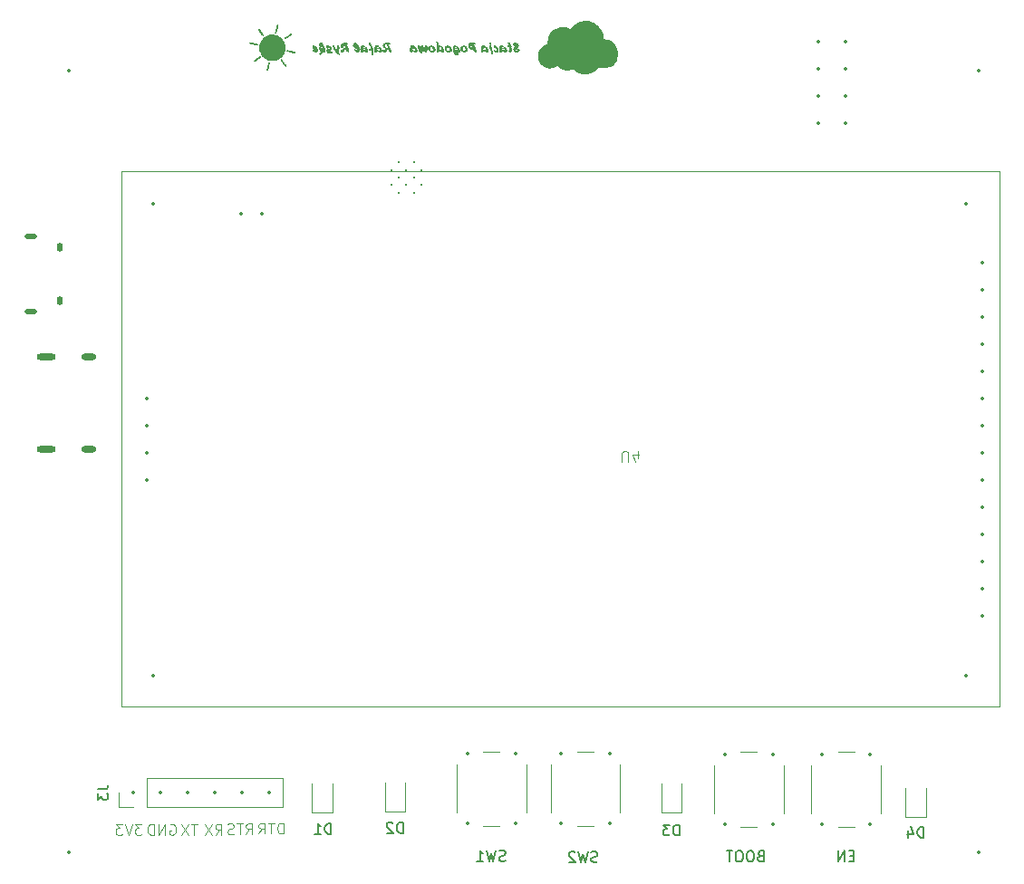
<source format=gbo>
%TF.GenerationSoftware,KiCad,Pcbnew,9.0.2*%
%TF.CreationDate,2025-12-02T18:06:08+01:00*%
%TF.ProjectId,stacja_pogody_modu__wew,73746163-6a61-45f7-906f-676f64795f6d,rev?*%
%TF.SameCoordinates,Original*%
%TF.FileFunction,Legend,Bot*%
%TF.FilePolarity,Positive*%
%FSLAX46Y46*%
G04 Gerber Fmt 4.6, Leading zero omitted, Abs format (unit mm)*
G04 Created by KiCad (PCBNEW 9.0.2) date 2025-12-02 18:06:08*
%MOMM*%
%LPD*%
G01*
G04 APERTURE LIST*
%ADD10C,0.100000*%
%ADD11C,0.150000*%
%ADD12C,0.000000*%
%ADD13C,0.120000*%
%ADD14C,0.350000*%
%ADD15O,1.150000X0.500000*%
%ADD16O,0.550000X0.850000*%
%ADD17C,0.200000*%
%ADD18O,1.400000X0.600000*%
%ADD19O,1.800000X0.600000*%
G04 APERTURE END LIST*
D10*
X113674687Y-129397419D02*
X114008020Y-128921228D01*
X114246115Y-129397419D02*
X114246115Y-128397419D01*
X114246115Y-128397419D02*
X113865163Y-128397419D01*
X113865163Y-128397419D02*
X113769925Y-128445038D01*
X113769925Y-128445038D02*
X113722306Y-128492657D01*
X113722306Y-128492657D02*
X113674687Y-128587895D01*
X113674687Y-128587895D02*
X113674687Y-128730752D01*
X113674687Y-128730752D02*
X113722306Y-128825990D01*
X113722306Y-128825990D02*
X113769925Y-128873609D01*
X113769925Y-128873609D02*
X113865163Y-128921228D01*
X113865163Y-128921228D02*
X114246115Y-128921228D01*
X113341353Y-128397419D02*
X112674687Y-129397419D01*
X112674687Y-128397419D02*
X113341353Y-129397419D01*
X109422306Y-128445038D02*
X109517544Y-128397419D01*
X109517544Y-128397419D02*
X109660401Y-128397419D01*
X109660401Y-128397419D02*
X109803258Y-128445038D01*
X109803258Y-128445038D02*
X109898496Y-128540276D01*
X109898496Y-128540276D02*
X109946115Y-128635514D01*
X109946115Y-128635514D02*
X109993734Y-128825990D01*
X109993734Y-128825990D02*
X109993734Y-128968847D01*
X109993734Y-128968847D02*
X109946115Y-129159323D01*
X109946115Y-129159323D02*
X109898496Y-129254561D01*
X109898496Y-129254561D02*
X109803258Y-129349800D01*
X109803258Y-129349800D02*
X109660401Y-129397419D01*
X109660401Y-129397419D02*
X109565163Y-129397419D01*
X109565163Y-129397419D02*
X109422306Y-129349800D01*
X109422306Y-129349800D02*
X109374687Y-129302180D01*
X109374687Y-129302180D02*
X109374687Y-128968847D01*
X109374687Y-128968847D02*
X109565163Y-128968847D01*
X108946115Y-129397419D02*
X108946115Y-128397419D01*
X108946115Y-128397419D02*
X108374687Y-129397419D01*
X108374687Y-129397419D02*
X108374687Y-128397419D01*
X107898496Y-129397419D02*
X107898496Y-128397419D01*
X107898496Y-128397419D02*
X107660401Y-128397419D01*
X107660401Y-128397419D02*
X107517544Y-128445038D01*
X107517544Y-128445038D02*
X107422306Y-128540276D01*
X107422306Y-128540276D02*
X107374687Y-128635514D01*
X107374687Y-128635514D02*
X107327068Y-128825990D01*
X107327068Y-128825990D02*
X107327068Y-128968847D01*
X107327068Y-128968847D02*
X107374687Y-129159323D01*
X107374687Y-129159323D02*
X107422306Y-129254561D01*
X107422306Y-129254561D02*
X107517544Y-129349800D01*
X107517544Y-129349800D02*
X107660401Y-129397419D01*
X107660401Y-129397419D02*
X107898496Y-129397419D01*
X116524687Y-129347419D02*
X116858020Y-128871228D01*
X117096115Y-129347419D02*
X117096115Y-128347419D01*
X117096115Y-128347419D02*
X116715163Y-128347419D01*
X116715163Y-128347419D02*
X116619925Y-128395038D01*
X116619925Y-128395038D02*
X116572306Y-128442657D01*
X116572306Y-128442657D02*
X116524687Y-128537895D01*
X116524687Y-128537895D02*
X116524687Y-128680752D01*
X116524687Y-128680752D02*
X116572306Y-128775990D01*
X116572306Y-128775990D02*
X116619925Y-128823609D01*
X116619925Y-128823609D02*
X116715163Y-128871228D01*
X116715163Y-128871228D02*
X117096115Y-128871228D01*
X116238972Y-128347419D02*
X115667544Y-128347419D01*
X115953258Y-129347419D02*
X115953258Y-128347419D01*
X115381829Y-129299800D02*
X115238972Y-129347419D01*
X115238972Y-129347419D02*
X115000877Y-129347419D01*
X115000877Y-129347419D02*
X114905639Y-129299800D01*
X114905639Y-129299800D02*
X114858020Y-129252180D01*
X114858020Y-129252180D02*
X114810401Y-129156942D01*
X114810401Y-129156942D02*
X114810401Y-129061704D01*
X114810401Y-129061704D02*
X114858020Y-128966466D01*
X114858020Y-128966466D02*
X114905639Y-128918847D01*
X114905639Y-128918847D02*
X115000877Y-128871228D01*
X115000877Y-128871228D02*
X115191353Y-128823609D01*
X115191353Y-128823609D02*
X115286591Y-128775990D01*
X115286591Y-128775990D02*
X115334210Y-128728371D01*
X115334210Y-128728371D02*
X115381829Y-128633133D01*
X115381829Y-128633133D02*
X115381829Y-128537895D01*
X115381829Y-128537895D02*
X115334210Y-128442657D01*
X115334210Y-128442657D02*
X115286591Y-128395038D01*
X115286591Y-128395038D02*
X115191353Y-128347419D01*
X115191353Y-128347419D02*
X114953258Y-128347419D01*
X114953258Y-128347419D02*
X114810401Y-128395038D01*
X120046115Y-129297419D02*
X120046115Y-128297419D01*
X120046115Y-128297419D02*
X119808020Y-128297419D01*
X119808020Y-128297419D02*
X119665163Y-128345038D01*
X119665163Y-128345038D02*
X119569925Y-128440276D01*
X119569925Y-128440276D02*
X119522306Y-128535514D01*
X119522306Y-128535514D02*
X119474687Y-128725990D01*
X119474687Y-128725990D02*
X119474687Y-128868847D01*
X119474687Y-128868847D02*
X119522306Y-129059323D01*
X119522306Y-129059323D02*
X119569925Y-129154561D01*
X119569925Y-129154561D02*
X119665163Y-129249800D01*
X119665163Y-129249800D02*
X119808020Y-129297419D01*
X119808020Y-129297419D02*
X120046115Y-129297419D01*
X119188972Y-128297419D02*
X118617544Y-128297419D01*
X118903258Y-129297419D02*
X118903258Y-128297419D01*
X117712782Y-129297419D02*
X118046115Y-128821228D01*
X118284210Y-129297419D02*
X118284210Y-128297419D01*
X118284210Y-128297419D02*
X117903258Y-128297419D01*
X117903258Y-128297419D02*
X117808020Y-128345038D01*
X117808020Y-128345038D02*
X117760401Y-128392657D01*
X117760401Y-128392657D02*
X117712782Y-128487895D01*
X117712782Y-128487895D02*
X117712782Y-128630752D01*
X117712782Y-128630752D02*
X117760401Y-128725990D01*
X117760401Y-128725990D02*
X117808020Y-128773609D01*
X117808020Y-128773609D02*
X117903258Y-128821228D01*
X117903258Y-128821228D02*
X118284210Y-128821228D01*
G36*
X141916381Y-55816706D02*
G01*
X141968991Y-55757440D01*
X141999057Y-55711437D01*
X142016945Y-55663915D01*
X142022932Y-55613007D01*
X142017668Y-55561748D01*
X142001855Y-55512536D01*
X141974816Y-55464446D01*
X141939419Y-55421673D01*
X141896647Y-55384986D01*
X141845673Y-55354110D01*
X141790478Y-55331416D01*
X141732769Y-55317798D01*
X141671833Y-55313199D01*
X141602851Y-55318757D01*
X141550073Y-55333795D01*
X141509961Y-55356735D01*
X141478724Y-55389324D01*
X141459883Y-55429529D01*
X141453236Y-55479773D01*
X141458135Y-55517651D01*
X141473752Y-55558663D01*
X141497787Y-55597609D01*
X141530416Y-55634806D01*
X141555207Y-55657150D01*
X141576212Y-55671870D01*
X141596909Y-55681739D01*
X141611688Y-55684448D01*
X141624390Y-55678600D01*
X141629457Y-55657520D01*
X141626709Y-55636638D01*
X141622618Y-55580095D01*
X141625241Y-55545191D01*
X141633243Y-55509692D01*
X141645764Y-55476312D01*
X141660537Y-55450464D01*
X141678302Y-55431458D01*
X141692288Y-55426528D01*
X141699518Y-55428870D01*
X141709385Y-55437946D01*
X141725565Y-55458738D01*
X141738084Y-55484780D01*
X141745909Y-55512443D01*
X141748342Y-55536926D01*
X141746074Y-55566470D01*
X141739488Y-55593162D01*
X141727819Y-55618566D01*
X141708714Y-55646346D01*
X141650645Y-55706308D01*
X141597351Y-55757398D01*
X141562168Y-55796922D01*
X141534724Y-55836615D01*
X141516739Y-55874286D01*
X141506057Y-55913912D01*
X141502390Y-55957695D01*
X141506944Y-56009355D01*
X141520676Y-56060007D01*
X141544094Y-56110347D01*
X141575079Y-56156532D01*
X141611736Y-56195974D01*
X141654431Y-56229232D01*
X141701746Y-56254859D01*
X141748710Y-56269670D01*
X141796153Y-56274539D01*
X141864616Y-56267136D01*
X141932074Y-56244619D01*
X141995502Y-56208777D01*
X142056393Y-56158951D01*
X142092852Y-56116766D01*
X142111184Y-56082626D01*
X142116538Y-56054232D01*
X142110394Y-56027744D01*
X142089916Y-55999827D01*
X142059990Y-55975080D01*
X142022627Y-55953604D01*
X141983656Y-55938723D01*
X141955338Y-55934553D01*
X141940527Y-55936601D01*
X141928654Y-55942430D01*
X141918874Y-55952304D01*
X141909176Y-55969174D01*
X141892445Y-56020282D01*
X141868571Y-56088548D01*
X141855756Y-56110262D01*
X141837796Y-56132817D01*
X141816058Y-56148588D01*
X141794748Y-56153394D01*
X141770292Y-56147959D01*
X141751762Y-56131779D01*
X141740310Y-56107450D01*
X141736008Y-56072367D01*
X141740360Y-56034252D01*
X141753845Y-55995189D01*
X141777712Y-55954337D01*
X141804701Y-55918982D01*
X141868571Y-55859754D01*
X141916381Y-55816706D01*
G37*
G36*
X141271519Y-55594567D02*
G01*
X141268771Y-55586324D01*
X141222980Y-55468824D01*
X141190919Y-55406439D01*
X141172509Y-55383483D01*
X141147199Y-55362475D01*
X141094218Y-55336612D01*
X141048098Y-55328831D01*
X141023049Y-55332234D01*
X141006454Y-55341226D01*
X140995897Y-55355883D01*
X140992105Y-55377069D01*
X140995809Y-55396416D01*
X141012622Y-55441427D01*
X141043651Y-55522458D01*
X141064523Y-55594445D01*
X141041992Y-55598536D01*
X141004634Y-55606038D01*
X140988014Y-55612580D01*
X140978537Y-55623043D01*
X140975008Y-55641034D01*
X140979629Y-55675985D01*
X140993449Y-55708140D01*
X141015023Y-55735027D01*
X141041992Y-55753325D01*
X141068174Y-55761219D01*
X141115081Y-55767002D01*
X141134865Y-55838749D01*
X141148543Y-55950001D01*
X141152634Y-55999460D01*
X141147898Y-56040175D01*
X141135247Y-56068965D01*
X141115516Y-56089019D01*
X141087470Y-56101759D01*
X141048098Y-56106500D01*
X141044007Y-56106500D01*
X141041992Y-56106500D01*
X141031774Y-56107924D01*
X141029658Y-56110652D01*
X141033826Y-56122681D01*
X141052922Y-56147838D01*
X141104152Y-56193939D01*
X141135441Y-56212453D01*
X141169731Y-56226973D01*
X141204687Y-56236484D01*
X141233967Y-56239368D01*
X141279627Y-56233749D01*
X141317859Y-56217624D01*
X141350409Y-56190825D01*
X141374716Y-56156018D01*
X141389805Y-56113790D01*
X141395167Y-56062109D01*
X141392548Y-56025584D01*
X141383199Y-55973021D01*
X141345952Y-55825987D01*
X141337098Y-55791793D01*
X141331603Y-55770422D01*
X141356419Y-55766766D01*
X141370560Y-55758881D01*
X141378915Y-55745563D01*
X141382161Y-55723405D01*
X141378651Y-55695951D01*
X141367927Y-55669151D01*
X141349066Y-55642316D01*
X141312570Y-55610942D01*
X141271519Y-55594567D01*
G37*
G36*
X140505924Y-55606082D02*
G01*
X140577319Y-55630003D01*
X140654562Y-55672908D01*
X140723320Y-55725044D01*
X140783246Y-55783653D01*
X140834935Y-55849068D01*
X140873667Y-55913957D01*
X140902529Y-55978883D01*
X140921581Y-56043483D01*
X140927137Y-56093555D01*
X140921358Y-56143875D01*
X140904757Y-56186549D01*
X140877311Y-56223309D01*
X140841318Y-56251641D01*
X140799756Y-56268645D01*
X140750915Y-56274539D01*
X140713086Y-56269126D01*
X140668606Y-56251153D01*
X140624012Y-56223344D01*
X140570908Y-56180322D01*
X140517718Y-56128582D01*
X140454405Y-56058323D01*
X140451828Y-56060958D01*
X140453061Y-56090441D01*
X140447148Y-56164119D01*
X140432137Y-56212612D01*
X140410719Y-56243161D01*
X140383296Y-56260646D01*
X140347854Y-56266723D01*
X140309664Y-56262067D01*
X140271406Y-56247733D01*
X140234583Y-56224481D01*
X140192821Y-56187894D01*
X140210589Y-56123597D01*
X140214680Y-56090441D01*
X140217428Y-56053804D01*
X140218100Y-56006788D01*
X140214685Y-55899993D01*
X140407998Y-55899993D01*
X140426439Y-55915197D01*
X140493459Y-55981270D01*
X140548377Y-56028525D01*
X140599835Y-56063828D01*
X140622444Y-56071329D01*
X140643161Y-56065567D01*
X140661095Y-56046844D01*
X140672331Y-56020145D01*
X140676421Y-55984928D01*
X140672775Y-55947990D01*
X140660953Y-55905517D01*
X140639235Y-55856273D01*
X140596311Y-55786263D01*
X140538424Y-55715406D01*
X140516417Y-55696486D01*
X140504963Y-55692264D01*
X140494423Y-55697018D01*
X140482431Y-55716200D01*
X140474805Y-55740984D01*
X140472173Y-55768956D01*
X140476012Y-55801612D01*
X140488237Y-55837193D01*
X140510458Y-55876667D01*
X140521388Y-55901580D01*
X140516126Y-55910870D01*
X140494766Y-55915013D01*
X140469789Y-55912284D01*
X140423752Y-55901336D01*
X140410746Y-55897245D01*
X140407998Y-55899993D01*
X140214685Y-55899993D01*
X140214009Y-55878866D01*
X140210589Y-55850533D01*
X140213577Y-55824666D01*
X140220176Y-55813531D01*
X140233330Y-55808192D01*
X140266582Y-55805593D01*
X140245065Y-55761159D01*
X140238555Y-55722062D01*
X140244454Y-55689414D01*
X140262379Y-55660356D01*
X140294914Y-55633585D01*
X140333987Y-55614774D01*
X140381309Y-55602776D01*
X140438712Y-55598475D01*
X140505924Y-55606082D01*
G37*
G36*
X139773456Y-55594567D02*
G01*
X139739924Y-55599098D01*
X139712820Y-55609199D01*
X139690840Y-55624487D01*
X139673945Y-55644832D01*
X139663678Y-55669328D01*
X139660066Y-55699225D01*
X139665730Y-55739377D01*
X139683635Y-55781474D01*
X139710530Y-55819469D01*
X139743108Y-55849434D01*
X139779999Y-55869656D01*
X139815160Y-55875935D01*
X139831631Y-55871744D01*
X139836348Y-55860914D01*
X139828166Y-55837039D01*
X139808345Y-55789357D01*
X139801482Y-55733358D01*
X139804030Y-55708447D01*
X139808321Y-55703988D01*
X139817787Y-55708380D01*
X139835615Y-55728839D01*
X139851708Y-55755274D01*
X139865718Y-55787458D01*
X139884907Y-55841723D01*
X139900889Y-55900542D01*
X139911733Y-55958503D01*
X139914872Y-56001903D01*
X139910963Y-56045913D01*
X139900889Y-56075725D01*
X139883536Y-56096212D01*
X139861566Y-56102592D01*
X139837224Y-56097619D01*
X139799467Y-56078534D01*
X139761903Y-56051934D01*
X139725645Y-56019061D01*
X139710857Y-56004622D01*
X139700366Y-56000987D01*
X139688246Y-56005399D01*
X139684002Y-56019305D01*
X139691066Y-56072488D01*
X139712384Y-56122500D01*
X139749581Y-56170797D01*
X139797885Y-56211224D01*
X139853079Y-56243154D01*
X139910710Y-56264336D01*
X139957920Y-56270631D01*
X140010033Y-56264680D01*
X140054541Y-56247541D01*
X140093169Y-56219157D01*
X140123104Y-56181951D01*
X140140975Y-56139279D01*
X140147147Y-56089403D01*
X140143518Y-56037839D01*
X140132268Y-55983268D01*
X140112648Y-55925088D01*
X140072133Y-55841614D01*
X140018370Y-55761385D01*
X139954064Y-55689652D01*
X139882754Y-55631631D01*
X139845038Y-55610317D01*
X139809787Y-55598381D01*
X139776203Y-55594567D01*
X139773456Y-55594567D01*
G37*
G36*
X139419609Y-55638592D02*
G01*
X139392558Y-55617181D01*
X139368759Y-55605856D01*
X139347191Y-55602383D01*
X139312905Y-55608946D01*
X139286435Y-55628089D01*
X139269244Y-55656854D01*
X139263171Y-55694767D01*
X139266096Y-55754065D01*
X139275139Y-55817011D01*
X139290259Y-55883671D01*
X139315806Y-55972899D01*
X139407336Y-56245657D01*
X139430639Y-56306909D01*
X139457222Y-56362772D01*
X139487233Y-56413822D01*
X139515230Y-56451188D01*
X139525468Y-56459376D01*
X139538433Y-56462117D01*
X139555166Y-56457577D01*
X139571767Y-56442275D01*
X139588991Y-56410704D01*
X139604540Y-56356335D01*
X139610179Y-56288155D01*
X139606280Y-56212513D01*
X139595525Y-56150464D01*
X139582737Y-56110902D01*
X139572326Y-56094789D01*
X139563712Y-56090868D01*
X139547348Y-56099112D01*
X139543257Y-56101188D01*
X139539837Y-56103203D01*
X139537151Y-56076092D01*
X139534342Y-56050263D01*
X139520882Y-55922709D01*
X139507414Y-55838993D01*
X139488976Y-55766180D01*
X139467419Y-55709605D01*
X139448440Y-55676009D01*
X139419609Y-55638592D01*
G37*
G36*
X139369722Y-55575027D02*
G01*
X139395136Y-55568865D01*
X139414480Y-55553595D01*
X139426742Y-55531018D01*
X139431210Y-55499740D01*
X139426992Y-55457204D01*
X139413442Y-55409248D01*
X139392895Y-55364896D01*
X139371127Y-55335975D01*
X139346020Y-55318957D01*
X139315134Y-55313199D01*
X139283308Y-55318062D01*
X139264942Y-55330479D01*
X139254488Y-55351299D01*
X139250226Y-55387815D01*
X139254328Y-55436987D01*
X139266152Y-55480401D01*
X139285397Y-55519096D01*
X139312054Y-55551920D01*
X139339102Y-55569439D01*
X139367707Y-55575027D01*
X139369722Y-55575027D01*
G37*
G36*
X138787432Y-55606082D02*
G01*
X138858827Y-55630003D01*
X138936069Y-55672908D01*
X139004828Y-55725044D01*
X139064753Y-55783653D01*
X139116442Y-55849068D01*
X139155174Y-55913957D01*
X139184036Y-55978883D01*
X139203088Y-56043483D01*
X139208644Y-56093555D01*
X139202865Y-56143875D01*
X139186264Y-56186549D01*
X139158818Y-56223309D01*
X139122825Y-56251641D01*
X139081263Y-56268645D01*
X139032423Y-56274539D01*
X138994593Y-56269126D01*
X138950113Y-56251153D01*
X138905519Y-56223344D01*
X138852416Y-56180322D01*
X138799226Y-56128582D01*
X138735912Y-56058323D01*
X138733335Y-56060958D01*
X138734569Y-56090441D01*
X138728655Y-56164119D01*
X138713644Y-56212612D01*
X138692226Y-56243161D01*
X138664804Y-56260646D01*
X138629361Y-56266723D01*
X138591171Y-56262067D01*
X138552913Y-56247733D01*
X138516090Y-56224481D01*
X138474328Y-56187894D01*
X138492096Y-56123597D01*
X138496188Y-56090441D01*
X138498935Y-56053804D01*
X138499607Y-56006788D01*
X138496192Y-55899993D01*
X138689506Y-55899993D01*
X138707946Y-55915197D01*
X138774966Y-55981270D01*
X138829884Y-56028525D01*
X138881342Y-56063828D01*
X138903951Y-56071329D01*
X138924668Y-56065567D01*
X138942602Y-56046844D01*
X138953839Y-56020145D01*
X138957929Y-55984928D01*
X138954282Y-55947990D01*
X138942461Y-55905517D01*
X138920743Y-55856273D01*
X138877818Y-55786263D01*
X138819931Y-55715406D01*
X138797924Y-55696486D01*
X138786470Y-55692264D01*
X138775931Y-55697018D01*
X138763939Y-55716200D01*
X138756312Y-55740984D01*
X138753681Y-55768956D01*
X138757520Y-55801612D01*
X138769744Y-55837193D01*
X138791966Y-55876667D01*
X138802896Y-55901580D01*
X138797633Y-55910870D01*
X138776273Y-55915013D01*
X138751297Y-55912284D01*
X138705259Y-55901336D01*
X138692254Y-55897245D01*
X138689506Y-55899993D01*
X138496192Y-55899993D01*
X138495516Y-55878866D01*
X138492096Y-55850533D01*
X138495084Y-55824666D01*
X138501683Y-55813531D01*
X138514838Y-55808192D01*
X138548089Y-55805593D01*
X138526572Y-55761159D01*
X138520062Y-55722062D01*
X138525962Y-55689414D01*
X138543887Y-55660356D01*
X138576421Y-55633585D01*
X138615495Y-55614774D01*
X138662817Y-55602776D01*
X138720219Y-55598475D01*
X138787432Y-55606082D01*
G37*
G36*
X137836121Y-55473911D02*
G01*
X137826535Y-55449975D01*
X137864820Y-55453456D01*
X137901639Y-55464569D01*
X137937177Y-55473422D01*
X137947760Y-55471222D01*
X137956289Y-55464630D01*
X137961872Y-55454972D01*
X137963799Y-55443014D01*
X137958825Y-55417252D01*
X137942306Y-55388609D01*
X137918104Y-55364532D01*
X137889366Y-55349042D01*
X137845166Y-55335094D01*
X137783792Y-55323030D01*
X137719298Y-55315641D01*
X137655748Y-55313199D01*
X137585869Y-55315926D01*
X137526971Y-55323518D01*
X137472139Y-55337173D01*
X137425549Y-55356369D01*
X137383607Y-55381881D01*
X137347636Y-55412545D01*
X137318069Y-55448757D01*
X137296100Y-55490642D01*
X137282541Y-55536293D01*
X137277965Y-55585102D01*
X137282191Y-55631328D01*
X137296100Y-55686524D01*
X137317519Y-55741650D01*
X137346292Y-55796128D01*
X137380647Y-55846345D01*
X137416634Y-55886498D01*
X137465650Y-55925489D01*
X137529047Y-55959466D01*
X137596264Y-55982346D01*
X137653000Y-55989263D01*
X137675952Y-55987030D01*
X137695071Y-55980715D01*
X137709229Y-55970446D01*
X137713145Y-55959771D01*
X137709686Y-55941519D01*
X137698796Y-55923806D01*
X137680851Y-55906907D01*
X137646161Y-55882285D01*
X137614510Y-55861260D01*
X137584673Y-55836306D01*
X137554713Y-55796871D01*
X137534481Y-55756133D01*
X137522711Y-55711165D01*
X137518422Y-55654590D01*
X137523519Y-55601081D01*
X137537534Y-55559274D01*
X137561869Y-55523072D01*
X137599694Y-55489298D01*
X137693300Y-55793381D01*
X137710397Y-55846748D01*
X137739767Y-55954947D01*
X137775495Y-56076369D01*
X137802599Y-56138557D01*
X137836060Y-56183070D01*
X137872009Y-56209308D01*
X137919103Y-56233445D01*
X137968137Y-56250181D01*
X138005504Y-56255000D01*
X138027373Y-56251318D01*
X138043422Y-56240956D01*
X138053681Y-56224718D01*
X138057405Y-56201571D01*
X138054495Y-56170544D01*
X138043422Y-56119445D01*
X137985659Y-55925699D01*
X137973386Y-55887353D01*
X137960441Y-55845587D01*
X137836121Y-55473911D01*
G37*
G36*
X136813049Y-55567212D02*
G01*
X136743750Y-55571857D01*
X136717376Y-55581200D01*
X136711261Y-55591758D01*
X136715582Y-55606559D01*
X136729085Y-55616680D01*
X136757056Y-55621922D01*
X136810497Y-55631508D01*
X136860188Y-55653429D01*
X136904837Y-55686132D01*
X136945245Y-55730061D01*
X136978209Y-55781415D01*
X137003314Y-55839603D01*
X137018865Y-55901801D01*
X137024136Y-55968258D01*
X137019879Y-56016858D01*
X137008026Y-56056279D01*
X136989331Y-56088365D01*
X136963401Y-56113881D01*
X136933580Y-56128761D01*
X136898473Y-56133855D01*
X136866388Y-56128311D01*
X136836499Y-56111275D01*
X136807615Y-56080305D01*
X136786127Y-56042937D01*
X136773127Y-56001604D01*
X136768658Y-55955252D01*
X136774763Y-55898476D01*
X136792899Y-55845710D01*
X136822582Y-55798665D01*
X136863607Y-55759431D01*
X136880017Y-55743986D01*
X136883391Y-55736777D01*
X136878600Y-55727075D01*
X136855364Y-55707224D01*
X136822490Y-55687882D01*
X136785083Y-55671564D01*
X136747276Y-55660298D01*
X136719443Y-55657093D01*
X136689642Y-55661082D01*
X136661069Y-55673213D01*
X136635433Y-55692387D01*
X136612220Y-55719192D01*
X136593718Y-55750818D01*
X136579797Y-55787763D01*
X136571383Y-55827337D01*
X136568501Y-55870317D01*
X136575266Y-55942209D01*
X136595856Y-56013993D01*
X136628316Y-56079604D01*
X136667541Y-56128848D01*
X136729973Y-56178750D01*
X136805905Y-56219706D01*
X136860748Y-56239832D01*
X136911879Y-56251311D01*
X136959961Y-56255000D01*
X137030350Y-56248899D01*
X137101011Y-56230331D01*
X137165583Y-56200659D01*
X137212020Y-56165240D01*
X137241398Y-56125486D01*
X137259951Y-56074739D01*
X137266669Y-56009780D01*
X137262481Y-55957614D01*
X137249716Y-55904834D01*
X137227773Y-55850839D01*
X137182208Y-55775450D01*
X137122199Y-55706613D01*
X137051747Y-55648444D01*
X136975348Y-55604581D01*
X136920859Y-55583584D01*
X136866940Y-55571274D01*
X136813049Y-55567212D01*
G37*
G36*
X136092350Y-55614973D02*
G01*
X136151977Y-55629763D01*
X136215143Y-55655628D01*
X136275014Y-55688937D01*
X136331868Y-55728976D01*
X136385929Y-55776100D01*
X136434960Y-55828391D01*
X136476602Y-55883279D01*
X136511287Y-55940964D01*
X136538357Y-56002153D01*
X136553767Y-56059759D01*
X136558731Y-56114682D01*
X136554605Y-56158567D01*
X136543113Y-56193939D01*
X136524904Y-56222576D01*
X136500011Y-56244900D01*
X136470764Y-56258199D01*
X136435755Y-56262815D01*
X136403293Y-56259236D01*
X136364733Y-56247419D01*
X136318579Y-56225263D01*
X136246108Y-56179287D01*
X136133138Y-56095509D01*
X136121903Y-56086594D01*
X136115369Y-56081160D01*
X136096929Y-56067482D01*
X136101020Y-56124330D01*
X136115832Y-56207676D01*
X136140273Y-56299026D01*
X136175514Y-56399286D01*
X136195664Y-56437449D01*
X136207241Y-56451169D01*
X136214410Y-56454302D01*
X136223722Y-56446504D01*
X136228759Y-56407346D01*
X136225194Y-56365747D01*
X136213066Y-56312336D01*
X136195358Y-56260357D01*
X136176857Y-56222210D01*
X136168675Y-56203525D01*
X136172095Y-56195954D01*
X136179605Y-56192473D01*
X136208975Y-56202060D01*
X136276372Y-56237609D01*
X136327593Y-56271904D01*
X136365413Y-56304947D01*
X136388807Y-56331859D01*
X136407789Y-56364237D01*
X136420237Y-56398983D01*
X136424153Y-56431099D01*
X136420095Y-56461619D01*
X136407877Y-56490137D01*
X136386601Y-56517500D01*
X136359676Y-56539280D01*
X136331495Y-56551760D01*
X136301177Y-56555907D01*
X136263700Y-56552051D01*
X136218542Y-56539263D01*
X136163913Y-56515240D01*
X136089352Y-56469727D01*
X136030006Y-56417787D01*
X135986547Y-56365087D01*
X135950158Y-56306279D01*
X135920708Y-56240711D01*
X135892100Y-56157695D01*
X135867402Y-56064124D01*
X135850192Y-55973040D01*
X135846078Y-55921323D01*
X136063664Y-55921323D01*
X136175514Y-56007032D01*
X136247568Y-56061235D01*
X136271868Y-56071329D01*
X136281761Y-56067939D01*
X136288627Y-56056678D01*
X136291652Y-56031823D01*
X136287698Y-55990747D01*
X136274616Y-55941270D01*
X136254421Y-55891542D01*
X136226805Y-55840519D01*
X136194365Y-55792697D01*
X136161165Y-55753386D01*
X136121465Y-55716749D01*
X136095667Y-55700347D01*
X136079160Y-55696172D01*
X136069135Y-55698799D01*
X136066215Y-55705697D01*
X136066582Y-55709117D01*
X136067559Y-55713818D01*
X136068963Y-55730793D01*
X136074805Y-55770102D01*
X136089785Y-55816950D01*
X136111123Y-55861196D01*
X136134542Y-55893642D01*
X136143396Y-55909945D01*
X136137225Y-55918511D01*
X136108592Y-55922829D01*
X136075802Y-55921486D01*
X136064872Y-55920143D01*
X136063664Y-55921323D01*
X135846078Y-55921323D01*
X135845542Y-55914586D01*
X135849235Y-55884375D01*
X135858548Y-55866104D01*
X135874368Y-55854391D01*
X135899520Y-55848579D01*
X135876295Y-55799036D01*
X135864158Y-55759301D01*
X135860563Y-55727374D01*
X135865799Y-55690712D01*
X135880596Y-55662086D01*
X135905321Y-55639508D01*
X135936629Y-55624274D01*
X135978971Y-55614037D01*
X136035441Y-55610198D01*
X136092350Y-55614973D01*
G37*
G36*
X135328053Y-55567212D02*
G01*
X135258753Y-55571857D01*
X135232380Y-55581200D01*
X135226264Y-55591758D01*
X135230585Y-55606559D01*
X135244088Y-55616680D01*
X135272060Y-55621922D01*
X135325501Y-55631508D01*
X135375191Y-55653429D01*
X135419840Y-55686132D01*
X135460249Y-55730061D01*
X135493213Y-55781415D01*
X135518318Y-55839603D01*
X135533868Y-55901801D01*
X135539139Y-55968258D01*
X135534883Y-56016858D01*
X135523030Y-56056279D01*
X135504335Y-56088365D01*
X135478405Y-56113881D01*
X135448584Y-56128761D01*
X135413476Y-56133855D01*
X135381391Y-56128311D01*
X135351502Y-56111275D01*
X135322618Y-56080305D01*
X135301130Y-56042937D01*
X135288131Y-56001604D01*
X135283661Y-55955252D01*
X135289767Y-55898476D01*
X135307903Y-55845710D01*
X135337585Y-55798665D01*
X135378611Y-55759431D01*
X135395021Y-55743986D01*
X135398394Y-55736777D01*
X135393603Y-55727075D01*
X135370368Y-55707224D01*
X135337494Y-55687882D01*
X135300087Y-55671564D01*
X135262279Y-55660298D01*
X135234446Y-55657093D01*
X135204646Y-55661082D01*
X135176072Y-55673213D01*
X135150436Y-55692387D01*
X135127224Y-55719192D01*
X135108721Y-55750818D01*
X135094801Y-55787763D01*
X135086386Y-55827337D01*
X135083504Y-55870317D01*
X135090269Y-55942209D01*
X135110860Y-56013993D01*
X135143320Y-56079604D01*
X135182545Y-56128848D01*
X135244977Y-56178750D01*
X135320908Y-56219706D01*
X135375751Y-56239832D01*
X135426882Y-56251311D01*
X135474965Y-56255000D01*
X135545354Y-56248899D01*
X135616015Y-56230331D01*
X135680586Y-56200659D01*
X135727023Y-56165240D01*
X135756402Y-56125486D01*
X135774955Y-56074739D01*
X135781673Y-56009780D01*
X135777485Y-55957614D01*
X135764720Y-55904834D01*
X135742777Y-55850839D01*
X135697211Y-55775450D01*
X135637203Y-55706613D01*
X135566751Y-55648444D01*
X135490352Y-55604581D01*
X135435863Y-55583584D01*
X135381944Y-55571274D01*
X135328053Y-55567212D01*
G37*
G36*
X134399529Y-55270481D02*
G01*
X134432406Y-55281199D01*
X134453785Y-55296774D01*
X134470325Y-55317794D01*
X134489689Y-55353988D01*
X134524860Y-55450769D01*
X134563084Y-55600734D01*
X134569923Y-55628700D01*
X134618025Y-55601284D01*
X134645760Y-55594567D01*
X134680122Y-55599256D01*
X134723406Y-55615287D01*
X134778262Y-55646530D01*
X134820093Y-55677547D01*
X134856542Y-55710521D01*
X134889725Y-55747756D01*
X134923831Y-55794907D01*
X134968562Y-55872618D01*
X135002049Y-55951833D01*
X135023764Y-56031638D01*
X135030382Y-56099173D01*
X135025981Y-56147208D01*
X135013611Y-56186891D01*
X134993867Y-56219890D01*
X134966765Y-56246197D01*
X134935904Y-56261502D01*
X134899895Y-56266723D01*
X134867751Y-56262002D01*
X134824458Y-56245310D01*
X134766355Y-56211769D01*
X134683913Y-56149363D01*
X134591111Y-56061132D01*
X134576762Y-56168843D01*
X134558993Y-56220195D01*
X134545098Y-56242126D01*
X134526890Y-56254583D01*
X134503000Y-56258907D01*
X134479810Y-56256577D01*
X134450732Y-56248710D01*
X134387901Y-56220806D01*
X134318536Y-56177880D01*
X134343845Y-56078348D01*
X134359874Y-55993782D01*
X134368966Y-55915563D01*
X134591111Y-55915563D01*
X134591111Y-55954092D01*
X134630881Y-55995248D01*
X134670673Y-56027121D01*
X134710946Y-56049855D01*
X134736618Y-56055697D01*
X134756737Y-56051344D01*
X134771385Y-56038576D01*
X134781611Y-56014838D01*
X134785772Y-55974426D01*
X134782691Y-55930075D01*
X134772461Y-55875690D01*
X134757145Y-55821397D01*
X134738695Y-55772559D01*
X134716505Y-55728465D01*
X134695647Y-55699103D01*
X134683312Y-55692264D01*
X134670947Y-55698354D01*
X134658033Y-55723344D01*
X134639916Y-55783380D01*
X134634159Y-55839298D01*
X134637636Y-55878016D01*
X134648508Y-55919349D01*
X134652599Y-55936629D01*
X134650197Y-55943870D01*
X134643012Y-55946277D01*
X134624925Y-55940523D01*
X134591111Y-55915563D01*
X134368966Y-55915563D01*
X134369420Y-55911654D01*
X134372513Y-55834108D01*
X134367057Y-55714611D01*
X134349310Y-55573318D01*
X134321650Y-55434160D01*
X134276221Y-55281936D01*
X134287054Y-55274635D01*
X134301866Y-55269724D01*
X134350654Y-55266304D01*
X134399529Y-55270481D01*
G37*
G36*
X133781507Y-55567212D02*
G01*
X133712208Y-55571857D01*
X133685834Y-55581200D01*
X133679719Y-55591758D01*
X133684040Y-55606559D01*
X133697543Y-55616680D01*
X133725514Y-55621922D01*
X133778955Y-55631508D01*
X133828646Y-55653429D01*
X133873295Y-55686132D01*
X133913703Y-55730061D01*
X133946667Y-55781415D01*
X133971772Y-55839603D01*
X133987323Y-55901801D01*
X133992594Y-55968258D01*
X133988337Y-56016858D01*
X133976484Y-56056279D01*
X133957789Y-56088365D01*
X133931859Y-56113881D01*
X133902038Y-56128761D01*
X133866931Y-56133855D01*
X133834845Y-56128311D01*
X133804956Y-56111275D01*
X133776072Y-56080305D01*
X133754585Y-56042937D01*
X133741585Y-56001604D01*
X133737116Y-55955252D01*
X133743221Y-55898476D01*
X133761357Y-55845710D01*
X133791039Y-55798665D01*
X133832065Y-55759431D01*
X133848475Y-55743986D01*
X133851849Y-55736777D01*
X133847057Y-55727075D01*
X133823822Y-55707224D01*
X133790948Y-55687882D01*
X133753541Y-55671564D01*
X133715734Y-55660298D01*
X133687901Y-55657093D01*
X133658100Y-55661082D01*
X133629527Y-55673213D01*
X133603891Y-55692387D01*
X133580678Y-55719192D01*
X133562175Y-55750818D01*
X133548255Y-55787763D01*
X133539841Y-55827337D01*
X133536959Y-55870317D01*
X133543724Y-55942209D01*
X133564314Y-56013993D01*
X133596774Y-56079604D01*
X133635999Y-56128848D01*
X133698431Y-56178750D01*
X133774363Y-56219706D01*
X133829205Y-56239832D01*
X133880336Y-56251311D01*
X133928419Y-56255000D01*
X133998808Y-56248899D01*
X134069469Y-56230331D01*
X134134041Y-56200659D01*
X134180478Y-56165240D01*
X134209856Y-56125486D01*
X134228409Y-56074739D01*
X134235127Y-56009780D01*
X134230939Y-55957614D01*
X134218174Y-55904834D01*
X134196231Y-55850839D01*
X134150665Y-55775450D01*
X134090657Y-55706613D01*
X134020205Y-55648444D01*
X133943806Y-55604581D01*
X133889317Y-55583584D01*
X133835398Y-55571274D01*
X133781507Y-55567212D01*
G37*
G36*
X133106053Y-55967037D02*
G01*
X133135423Y-56030052D01*
X133175927Y-56110194D01*
X133209185Y-56167072D01*
X133243694Y-56214388D01*
X133271345Y-56241139D01*
X133301333Y-56257550D01*
X133332161Y-56262815D01*
X133362419Y-56256044D01*
X133389558Y-56234788D01*
X133415848Y-56194031D01*
X133442837Y-56126513D01*
X133469487Y-56022114D01*
X133489003Y-55899410D01*
X133494766Y-55803944D01*
X133490171Y-55736005D01*
X133478401Y-55689394D01*
X133456957Y-55651782D01*
X133427172Y-55626502D01*
X133388946Y-55611785D01*
X133336252Y-55606290D01*
X133309324Y-55609253D01*
X133293571Y-55616549D01*
X133283164Y-55630195D01*
X133275497Y-55657398D01*
X133270673Y-55750088D01*
X133267857Y-55861607D01*
X133259743Y-55963374D01*
X133252904Y-56017901D01*
X133249485Y-56017901D01*
X133241974Y-56001598D01*
X133236540Y-55989324D01*
X133231411Y-55978028D01*
X133224877Y-55963374D01*
X133149101Y-55775245D01*
X133105495Y-55665166D01*
X133086209Y-55625647D01*
X133073264Y-55611481D01*
X133050090Y-55598463D01*
X133019569Y-55589913D01*
X132979658Y-55586751D01*
X132950126Y-55590175D01*
X132931847Y-55598841D01*
X132919166Y-55613928D01*
X132910354Y-55639080D01*
X132903148Y-55732015D01*
X132900575Y-55788576D01*
X132891181Y-55875690D01*
X132864924Y-56039699D01*
X132844408Y-56133489D01*
X132840989Y-56133489D01*
X132820472Y-56062780D01*
X132806431Y-55965993D01*
X132800689Y-55811516D01*
X132800689Y-55780619D01*
X132798192Y-55734382D01*
X132791835Y-55702705D01*
X132779664Y-55675052D01*
X132760389Y-55649460D01*
X132734746Y-55627679D01*
X132705129Y-55610015D01*
X132674180Y-55598052D01*
X132649747Y-55594567D01*
X132625469Y-55600313D01*
X132609813Y-55616915D01*
X132601405Y-55642978D01*
X132597845Y-55689394D01*
X132602249Y-55764071D01*
X132616920Y-55856690D01*
X132644312Y-55970518D01*
X132674433Y-56065021D01*
X132709768Y-56153085D01*
X132750191Y-56235155D01*
X132791163Y-56297009D01*
X132812053Y-56318162D01*
X132832135Y-56331020D01*
X132854387Y-56338389D01*
X132880617Y-56340973D01*
X132924488Y-56333996D01*
X132964794Y-56312827D01*
X133003088Y-56275038D01*
X133039802Y-56215799D01*
X133056810Y-56175603D01*
X133072592Y-56127688D01*
X133085526Y-56076078D01*
X133097199Y-56013138D01*
X133102634Y-55967037D01*
X133106053Y-55967037D01*
G37*
G36*
X132143049Y-55606082D02*
G01*
X132214444Y-55630003D01*
X132291687Y-55672908D01*
X132360445Y-55725044D01*
X132420371Y-55783653D01*
X132472060Y-55849068D01*
X132510791Y-55913957D01*
X132539654Y-55978883D01*
X132558706Y-56043483D01*
X132564262Y-56093555D01*
X132558482Y-56143875D01*
X132541882Y-56186549D01*
X132514436Y-56223309D01*
X132478442Y-56251641D01*
X132436881Y-56268645D01*
X132388040Y-56274539D01*
X132350211Y-56269126D01*
X132305730Y-56251153D01*
X132261137Y-56223344D01*
X132208033Y-56180322D01*
X132154843Y-56128582D01*
X132091530Y-56058323D01*
X132088953Y-56060958D01*
X132090186Y-56090441D01*
X132084273Y-56164119D01*
X132069262Y-56212612D01*
X132047844Y-56243161D01*
X132020421Y-56260646D01*
X131984979Y-56266723D01*
X131946788Y-56262067D01*
X131908531Y-56247733D01*
X131871708Y-56224481D01*
X131829945Y-56187894D01*
X131847714Y-56123597D01*
X131851805Y-56090441D01*
X131854553Y-56053804D01*
X131855225Y-56006788D01*
X131851809Y-55899993D01*
X132045123Y-55899993D01*
X132063564Y-55915197D01*
X132130583Y-55981270D01*
X132185502Y-56028525D01*
X132236960Y-56063828D01*
X132259569Y-56071329D01*
X132280286Y-56065567D01*
X132298220Y-56046844D01*
X132309456Y-56020145D01*
X132313546Y-55984928D01*
X132309900Y-55947990D01*
X132298078Y-55905517D01*
X132276360Y-55856273D01*
X132233436Y-55786263D01*
X132175549Y-55715406D01*
X132153542Y-55696486D01*
X132142088Y-55692264D01*
X132131548Y-55697018D01*
X132119556Y-55716200D01*
X132111930Y-55740984D01*
X132109298Y-55768956D01*
X132113137Y-55801612D01*
X132125362Y-55837193D01*
X132147583Y-55876667D01*
X132158513Y-55901580D01*
X132153251Y-55910870D01*
X132131891Y-55915013D01*
X132106914Y-55912284D01*
X132060877Y-55901336D01*
X132047871Y-55897245D01*
X132045123Y-55899993D01*
X131851809Y-55899993D01*
X131851133Y-55878866D01*
X131847714Y-55850533D01*
X131850702Y-55824666D01*
X131857301Y-55813531D01*
X131870455Y-55808192D01*
X131903707Y-55805593D01*
X131882189Y-55761159D01*
X131875680Y-55722062D01*
X131881579Y-55689414D01*
X131899504Y-55660356D01*
X131932039Y-55633585D01*
X131971112Y-55614774D01*
X132018434Y-55602776D01*
X132075837Y-55598475D01*
X132143049Y-55606082D01*
G37*
G36*
X129909542Y-55531430D02*
G01*
X129891102Y-55485146D01*
X129933478Y-55490580D01*
X129971031Y-55492962D01*
X129990021Y-55489032D01*
X130000564Y-55478476D01*
X130004492Y-55459439D01*
X129995943Y-55425551D01*
X129976465Y-55395814D01*
X129945050Y-55377413D01*
X129876448Y-55358872D01*
X129796964Y-55348335D01*
X129697784Y-55344462D01*
X129620509Y-55349813D01*
X129547819Y-55365589D01*
X129480126Y-55391230D01*
X129424537Y-55423780D01*
X129377715Y-55464303D01*
X129343632Y-55508899D01*
X129321847Y-55558980D01*
X129314567Y-55613435D01*
X129320955Y-55672205D01*
X129339846Y-55726153D01*
X129370217Y-55774669D01*
X129411531Y-55817011D01*
X129442392Y-55840603D01*
X129468928Y-55856517D01*
X129545437Y-55885094D01*
X129522540Y-55921913D01*
X129489445Y-55958000D01*
X129446166Y-55991232D01*
X129388413Y-56024663D01*
X129313224Y-56058079D01*
X129299546Y-56063513D01*
X129322749Y-56148449D01*
X129336075Y-56175161D01*
X129356943Y-56206639D01*
X129388278Y-56238793D01*
X129421742Y-56256842D01*
X129458670Y-56262815D01*
X129492652Y-56257555D01*
X129539637Y-56238696D01*
X129584361Y-56211733D01*
X129618527Y-56181849D01*
X129662613Y-56122681D01*
X129703279Y-56051606D01*
X129738450Y-55974059D01*
X129759944Y-55907686D01*
X129761287Y-55892055D01*
X129759125Y-55878995D01*
X129753105Y-55869645D01*
X129742839Y-55862484D01*
X129723063Y-55854624D01*
X129672505Y-55830505D01*
X129622618Y-55789351D01*
X129592337Y-55749082D01*
X129569007Y-55701912D01*
X129554339Y-55651336D01*
X129549528Y-55600856D01*
X129553033Y-55561419D01*
X129562635Y-55530660D01*
X129577555Y-55506700D01*
X129598396Y-55487533D01*
X129627492Y-55471614D01*
X129667009Y-55459378D01*
X129783147Y-55860120D01*
X129797496Y-55911838D01*
X129832689Y-56026035D01*
X129857274Y-56093677D01*
X129883477Y-56147617D01*
X129905451Y-56176903D01*
X129933561Y-56199049D01*
X129979884Y-56223981D01*
X130028411Y-56242356D01*
X130059141Y-56247184D01*
X130084004Y-56243102D01*
X130100583Y-56232025D01*
X130111096Y-56213437D01*
X130115134Y-56184108D01*
X130112116Y-56153721D01*
X130099808Y-56095143D01*
X130052302Y-55930462D01*
X129985013Y-55731465D01*
X129909542Y-55531430D01*
G37*
G36*
X128826371Y-55606082D02*
G01*
X128897766Y-55630003D01*
X128975008Y-55672908D01*
X129043767Y-55725044D01*
X129103693Y-55783653D01*
X129155382Y-55849068D01*
X129194113Y-55913957D01*
X129222976Y-55978883D01*
X129242027Y-56043483D01*
X129247583Y-56093555D01*
X129241804Y-56143875D01*
X129225203Y-56186549D01*
X129197758Y-56223309D01*
X129161764Y-56251641D01*
X129120203Y-56268645D01*
X129071362Y-56274539D01*
X129033533Y-56269126D01*
X128989052Y-56251153D01*
X128944458Y-56223344D01*
X128891355Y-56180322D01*
X128838165Y-56128582D01*
X128774851Y-56058323D01*
X128772275Y-56060958D01*
X128773508Y-56090441D01*
X128767594Y-56164119D01*
X128752584Y-56212612D01*
X128731166Y-56243161D01*
X128703743Y-56260646D01*
X128668300Y-56266723D01*
X128630110Y-56262067D01*
X128591852Y-56247733D01*
X128555029Y-56224481D01*
X128513267Y-56187894D01*
X128531036Y-56123597D01*
X128535127Y-56090441D01*
X128537875Y-56053804D01*
X128538546Y-56006788D01*
X128535131Y-55899993D01*
X128728445Y-55899993D01*
X128746885Y-55915197D01*
X128813905Y-55981270D01*
X128868824Y-56028525D01*
X128920281Y-56063828D01*
X128942890Y-56071329D01*
X128963608Y-56065567D01*
X128981542Y-56046844D01*
X128992778Y-56020145D01*
X128996868Y-55984928D01*
X128993222Y-55947990D01*
X128981400Y-55905517D01*
X128959682Y-55856273D01*
X128916757Y-55786263D01*
X128858871Y-55715406D01*
X128836864Y-55696486D01*
X128825409Y-55692264D01*
X128814870Y-55697018D01*
X128802878Y-55716200D01*
X128795251Y-55740984D01*
X128792620Y-55768956D01*
X128796459Y-55801612D01*
X128808683Y-55837193D01*
X128830905Y-55876667D01*
X128841835Y-55901580D01*
X128836573Y-55910870D01*
X128815212Y-55915013D01*
X128790236Y-55912284D01*
X128744199Y-55901336D01*
X128731193Y-55897245D01*
X128728445Y-55899993D01*
X128535131Y-55899993D01*
X128534455Y-55878866D01*
X128531036Y-55850533D01*
X128534024Y-55824666D01*
X128540622Y-55813531D01*
X128553777Y-55808192D01*
X128587028Y-55805593D01*
X128565511Y-55761159D01*
X128559002Y-55722062D01*
X128564901Y-55689414D01*
X128582826Y-55660356D01*
X128615361Y-55633585D01*
X128654434Y-55614774D01*
X128701756Y-55602776D01*
X128759159Y-55598475D01*
X128826371Y-55606082D01*
G37*
G36*
X128216878Y-56110469D02*
G01*
X128218222Y-56147777D01*
X128229849Y-56276553D01*
X128242829Y-56368450D01*
X128261502Y-56444953D01*
X128277023Y-56473169D01*
X128296191Y-56487993D01*
X128322500Y-56497616D01*
X128358295Y-56501196D01*
X128397381Y-56498066D01*
X128424833Y-56489906D01*
X128443658Y-56477932D01*
X128457336Y-56456744D01*
X128460755Y-56421817D01*
X128460755Y-56415650D01*
X128460755Y-56408811D01*
X128460755Y-56400629D01*
X128455768Y-56272683D01*
X128443511Y-56143849D01*
X128423874Y-56013932D01*
X128397385Y-55884978D01*
X128366538Y-55767196D01*
X128331673Y-55659780D01*
X128289395Y-55554369D01*
X128247394Y-55471124D01*
X128205949Y-55406622D01*
X128167587Y-55361475D01*
X128132772Y-55333223D01*
X128100645Y-55317979D01*
X128070027Y-55313199D01*
X128042584Y-55318664D01*
X128023927Y-55334082D01*
X128012809Y-55357894D01*
X128008539Y-55393921D01*
X128011519Y-55452847D01*
X128020874Y-55517447D01*
X128035226Y-55579491D01*
X128050610Y-55623876D01*
X128070422Y-55657195D01*
X128085720Y-55664909D01*
X128093024Y-55661139D01*
X128099160Y-55645799D01*
X128102145Y-55606840D01*
X128102145Y-55593712D01*
X128102145Y-55585408D01*
X128104527Y-55509387D01*
X128108774Y-55493404D01*
X128115090Y-55485146D01*
X128126020Y-55521416D01*
X128152704Y-55670099D01*
X128183417Y-55885826D01*
X128185493Y-55904328D01*
X128187508Y-55922829D01*
X128177922Y-55922829D01*
X128162901Y-55922829D01*
X128141774Y-55922829D01*
X128095307Y-55922829D01*
X128053835Y-55926588D01*
X128030194Y-55935633D01*
X128018029Y-55948093D01*
X128014035Y-55964534D01*
X128017420Y-55986710D01*
X128029422Y-56016680D01*
X128046573Y-56045158D01*
X128065936Y-56067421D01*
X128088656Y-56084903D01*
X128114113Y-56096730D01*
X128144074Y-56103874D01*
X128191599Y-56109125D01*
X128206987Y-56109492D01*
X128216878Y-56110469D01*
G37*
G36*
X127540677Y-55606082D02*
G01*
X127612072Y-55630003D01*
X127689314Y-55672908D01*
X127758073Y-55725044D01*
X127817998Y-55783653D01*
X127869687Y-55849068D01*
X127908419Y-55913957D01*
X127937281Y-55978883D01*
X127956333Y-56043483D01*
X127961889Y-56093555D01*
X127956110Y-56143875D01*
X127939509Y-56186549D01*
X127912063Y-56223309D01*
X127876070Y-56251641D01*
X127834508Y-56268645D01*
X127785668Y-56274539D01*
X127747838Y-56269126D01*
X127703358Y-56251153D01*
X127658764Y-56223344D01*
X127605661Y-56180322D01*
X127552471Y-56128582D01*
X127489157Y-56058323D01*
X127486580Y-56060958D01*
X127487814Y-56090441D01*
X127481900Y-56164119D01*
X127466889Y-56212612D01*
X127445471Y-56243161D01*
X127418048Y-56260646D01*
X127382606Y-56266723D01*
X127344416Y-56262067D01*
X127306158Y-56247733D01*
X127269335Y-56224481D01*
X127227573Y-56187894D01*
X127245341Y-56123597D01*
X127249433Y-56090441D01*
X127252180Y-56053804D01*
X127252852Y-56006788D01*
X127249437Y-55899993D01*
X127442751Y-55899993D01*
X127461191Y-55915197D01*
X127528211Y-55981270D01*
X127583129Y-56028525D01*
X127634587Y-56063828D01*
X127657196Y-56071329D01*
X127677913Y-56065567D01*
X127695847Y-56046844D01*
X127707084Y-56020145D01*
X127711174Y-55984928D01*
X127707527Y-55947990D01*
X127695706Y-55905517D01*
X127673988Y-55856273D01*
X127631063Y-55786263D01*
X127573176Y-55715406D01*
X127551169Y-55696486D01*
X127539715Y-55692264D01*
X127529176Y-55697018D01*
X127517184Y-55716200D01*
X127509557Y-55740984D01*
X127506926Y-55768956D01*
X127510765Y-55801612D01*
X127522989Y-55837193D01*
X127545211Y-55876667D01*
X127556140Y-55901580D01*
X127550878Y-55910870D01*
X127529518Y-55915013D01*
X127504542Y-55912284D01*
X127458504Y-55901336D01*
X127445498Y-55897245D01*
X127442751Y-55899993D01*
X127249437Y-55899993D01*
X127248761Y-55878866D01*
X127245341Y-55850533D01*
X127248329Y-55824666D01*
X127254928Y-55813531D01*
X127268082Y-55808192D01*
X127301334Y-55805593D01*
X127279817Y-55761159D01*
X127273307Y-55722062D01*
X127279207Y-55689414D01*
X127297132Y-55660356D01*
X127329666Y-55633585D01*
X127368740Y-55614774D01*
X127416062Y-55602776D01*
X127473464Y-55598475D01*
X127540677Y-55606082D01*
G37*
G36*
X126760107Y-55317922D02*
G01*
X126796301Y-55332311D01*
X126831348Y-55355718D01*
X126875191Y-55394959D01*
X126940344Y-55469949D01*
X126999504Y-55551824D01*
X127052756Y-55641034D01*
X127094266Y-55720934D01*
X127118702Y-55776711D01*
X127138051Y-55835195D01*
X127162055Y-55927287D01*
X127213395Y-55950969D01*
X127248822Y-55972227D01*
X127275079Y-55995015D01*
X127280940Y-56008253D01*
X127277429Y-56017251D01*
X127265919Y-56020526D01*
X127239662Y-56015986D01*
X127177808Y-55995369D01*
X127181899Y-56052583D01*
X127174969Y-56107528D01*
X127154605Y-56156203D01*
X127122263Y-56197492D01*
X127079806Y-56228804D01*
X127030013Y-56248322D01*
X126973560Y-56255000D01*
X126924579Y-56250340D01*
X126875757Y-56236164D01*
X126826343Y-56211707D01*
X126781087Y-56179775D01*
X126741976Y-56142267D01*
X126708557Y-56098806D01*
X126682608Y-56050874D01*
X126667660Y-56003629D01*
X126662761Y-55956229D01*
X126665738Y-55935883D01*
X126672856Y-55926034D01*
X126683949Y-55922829D01*
X126700205Y-55929919D01*
X126729684Y-55962091D01*
X126770151Y-56010241D01*
X126813703Y-56046905D01*
X126860199Y-56071930D01*
X126897723Y-56079145D01*
X126914388Y-56073878D01*
X126926421Y-56056857D01*
X126932626Y-56031084D01*
X126935275Y-55985233D01*
X126929841Y-55898039D01*
X126865605Y-55864638D01*
X126862857Y-55867386D01*
X126867009Y-55871477D01*
X126871100Y-55878316D01*
X126897103Y-55922318D01*
X126901814Y-55935652D01*
X126896331Y-55949080D01*
X126877878Y-55954092D01*
X126852056Y-55949222D01*
X126817137Y-55931697D01*
X126769617Y-55895535D01*
X126707483Y-55831977D01*
X126654518Y-55757172D01*
X126514506Y-55689089D01*
X126493344Y-55670839D01*
X126486479Y-55645553D01*
X126491652Y-55630877D01*
X126507667Y-55625830D01*
X126522502Y-55628677D01*
X126556149Y-55641461D01*
X126622400Y-55673457D01*
X126600312Y-55581990D01*
X126593030Y-55490580D01*
X126596200Y-55454433D01*
X126749467Y-55454433D01*
X126753504Y-55506875D01*
X126768946Y-55595239D01*
X126790447Y-55686493D01*
X126813703Y-55763949D01*
X126913415Y-55815668D01*
X126899066Y-55755767D01*
X126860737Y-55630736D01*
X126808208Y-55508838D01*
X126778899Y-55463592D01*
X126762931Y-55445630D01*
X126756306Y-55442159D01*
X126751518Y-55444672D01*
X126749467Y-55454433D01*
X126596200Y-55454433D01*
X126597260Y-55442352D01*
X126609455Y-55399905D01*
X126629707Y-55362849D01*
X126655922Y-55336097D01*
X126687775Y-55318889D01*
X126722845Y-55313199D01*
X126760107Y-55317922D01*
G37*
G36*
X125957693Y-55531430D02*
G01*
X125939253Y-55485146D01*
X125981629Y-55490580D01*
X126019181Y-55492962D01*
X126038171Y-55489032D01*
X126048714Y-55478476D01*
X126052643Y-55459439D01*
X126044094Y-55425551D01*
X126024616Y-55395814D01*
X125993201Y-55377413D01*
X125924598Y-55358872D01*
X125845115Y-55348335D01*
X125745935Y-55344462D01*
X125668660Y-55349813D01*
X125595969Y-55365589D01*
X125528277Y-55391230D01*
X125472688Y-55423780D01*
X125425866Y-55464303D01*
X125391782Y-55508899D01*
X125369998Y-55558980D01*
X125362718Y-55613435D01*
X125369106Y-55672205D01*
X125387997Y-55726153D01*
X125418368Y-55774669D01*
X125459682Y-55817011D01*
X125490543Y-55840603D01*
X125517079Y-55856517D01*
X125593588Y-55885094D01*
X125570690Y-55921913D01*
X125537595Y-55958000D01*
X125494317Y-55991232D01*
X125436564Y-56024663D01*
X125361374Y-56058079D01*
X125347697Y-56063513D01*
X125370900Y-56148449D01*
X125384226Y-56175161D01*
X125405094Y-56206639D01*
X125436429Y-56238793D01*
X125469893Y-56256842D01*
X125506821Y-56262815D01*
X125540803Y-56257555D01*
X125587787Y-56238696D01*
X125632512Y-56211733D01*
X125666678Y-56181849D01*
X125710764Y-56122681D01*
X125751430Y-56051606D01*
X125786601Y-55974059D01*
X125808094Y-55907686D01*
X125809438Y-55892055D01*
X125807276Y-55878995D01*
X125801256Y-55869645D01*
X125790990Y-55862484D01*
X125771214Y-55854624D01*
X125720655Y-55830505D01*
X125670769Y-55789351D01*
X125640488Y-55749082D01*
X125617158Y-55701912D01*
X125602490Y-55651336D01*
X125597679Y-55600856D01*
X125601184Y-55561419D01*
X125610786Y-55530660D01*
X125625706Y-55506700D01*
X125646547Y-55487533D01*
X125675643Y-55471614D01*
X125715160Y-55459378D01*
X125831297Y-55860120D01*
X125845647Y-55911838D01*
X125880840Y-56026035D01*
X125905425Y-56093677D01*
X125931628Y-56147617D01*
X125953602Y-56176903D01*
X125981711Y-56199049D01*
X126028035Y-56223981D01*
X126076562Y-56242356D01*
X126107292Y-56247184D01*
X126132155Y-56243102D01*
X126148734Y-56232025D01*
X126159246Y-56213437D01*
X126163285Y-56184108D01*
X126160267Y-56153721D01*
X126147958Y-56095143D01*
X126100453Y-55930462D01*
X126033164Y-55731465D01*
X125957693Y-55531430D01*
G37*
G36*
X124851029Y-55788740D02*
G01*
X124842175Y-55759553D01*
X124827387Y-55715753D01*
X124809276Y-55681541D01*
X124788197Y-55655261D01*
X124763362Y-55634281D01*
X124734952Y-55617281D01*
X124705123Y-55605813D01*
X124680242Y-55602383D01*
X124653947Y-55607167D01*
X124640096Y-55619443D01*
X124635179Y-55640423D01*
X124637673Y-55661814D01*
X124647513Y-55699591D01*
X124679937Y-55790327D01*
X124727076Y-55901458D01*
X124786854Y-56025778D01*
X124848709Y-56140988D01*
X124907021Y-56230392D01*
X124951884Y-56287726D01*
X124995865Y-56336393D01*
X125042307Y-56380467D01*
X125090448Y-56419314D01*
X125140163Y-56452423D01*
X125184054Y-56474696D01*
X125227648Y-56489014D01*
X125265020Y-56493381D01*
X125282887Y-56490081D01*
X125292354Y-56481573D01*
X125295734Y-56466941D01*
X125293586Y-56445147D01*
X125286209Y-56416749D01*
X125274755Y-56388439D01*
X125259525Y-56361795D01*
X125238980Y-56339048D01*
X125213058Y-56318442D01*
X125172882Y-56294297D01*
X125108583Y-56262815D01*
X125170743Y-56154249D01*
X125217210Y-56054415D01*
X125249567Y-55964706D01*
X125267560Y-55885138D01*
X125273203Y-55814141D01*
X125267529Y-55736210D01*
X125252686Y-55680418D01*
X125237168Y-55654124D01*
X125215028Y-55633493D01*
X125185092Y-55618014D01*
X125146114Y-55605986D01*
X125114078Y-55602383D01*
X125086604Y-55606466D01*
X125067414Y-55617584D01*
X125054300Y-55635844D01*
X125041890Y-55680528D01*
X125027311Y-55792281D01*
X125011249Y-55923334D01*
X124987683Y-56052461D01*
X124976753Y-56106500D01*
X124974005Y-56106500D01*
X124933705Y-56009596D01*
X124885894Y-55889673D01*
X124851029Y-55788740D01*
G37*
G36*
X124385136Y-56286263D02*
G01*
X124359837Y-56281292D01*
X124335606Y-56268681D01*
X124311741Y-56247123D01*
X124292919Y-56220892D01*
X124282140Y-56194178D01*
X124278585Y-56166278D01*
X124283689Y-56138987D01*
X124298368Y-56118590D01*
X124327058Y-56100191D01*
X124393318Y-56077008D01*
X124465185Y-56051978D01*
X124509639Y-56028446D01*
X124534734Y-56006666D01*
X124551921Y-55984141D01*
X124562058Y-55959321D01*
X124565509Y-55931378D01*
X124559573Y-55880591D01*
X124541154Y-55828509D01*
X124508478Y-55773963D01*
X124467208Y-55724898D01*
X124418819Y-55681963D01*
X124362665Y-55644881D01*
X124301919Y-55616418D01*
X124242527Y-55599957D01*
X124183635Y-55594567D01*
X124141244Y-55599677D01*
X124101692Y-55614961D01*
X124067092Y-55638908D01*
X124040875Y-55669061D01*
X124023940Y-55704275D01*
X124018344Y-55742151D01*
X124024156Y-55780443D01*
X124042951Y-55822384D01*
X124070821Y-55860529D01*
X124104745Y-55891383D01*
X124142539Y-55912607D01*
X124175453Y-55918921D01*
X124193642Y-55916822D01*
X124208609Y-55910861D01*
X124219608Y-55901751D01*
X124222592Y-55893337D01*
X124217096Y-55865676D01*
X124205511Y-55809249D01*
X124202076Y-55764621D01*
X124208440Y-55723741D01*
X124228026Y-55684448D01*
X124258071Y-55707170D01*
X124271746Y-55721146D01*
X124294781Y-55752992D01*
X124312107Y-55789106D01*
X124324059Y-55827723D01*
X124327800Y-55862562D01*
X124324769Y-55885242D01*
X124316503Y-55901641D01*
X124302597Y-55914493D01*
X124279623Y-55926493D01*
X124202076Y-55949024D01*
X124122155Y-55971848D01*
X124079771Y-55989935D01*
X124054492Y-56009780D01*
X124035282Y-56041198D01*
X124028541Y-56082198D01*
X124035555Y-56128517D01*
X124057911Y-56177513D01*
X124093223Y-56224122D01*
X124148770Y-56276920D01*
X124215974Y-56325462D01*
X124279256Y-56356116D01*
X124346446Y-56373879D01*
X124422688Y-56380052D01*
X124472505Y-56376241D01*
X124511518Y-56365842D01*
X124541939Y-56349888D01*
X124566243Y-56327058D01*
X124580414Y-56300118D01*
X124585293Y-56267639D01*
X124578574Y-56231545D01*
X124556594Y-56192534D01*
X124524518Y-56158107D01*
X124485214Y-56130497D01*
X124442016Y-56112236D01*
X124401500Y-56106500D01*
X124376605Y-56110882D01*
X124370786Y-56120239D01*
X124379701Y-56142892D01*
X124400181Y-56190744D01*
X124406324Y-56231369D01*
X124401232Y-56258966D01*
X124385136Y-56286263D01*
G37*
G36*
X123311200Y-56379075D02*
G01*
X123366148Y-56443114D01*
X123406341Y-56479361D01*
X123435420Y-56496515D01*
X123456707Y-56501196D01*
X123492371Y-56494658D01*
X123532911Y-56472864D01*
X123570654Y-56440512D01*
X123607711Y-56396355D01*
X123638929Y-56346296D01*
X123663032Y-56292247D01*
X123678582Y-56236514D01*
X123683487Y-56185696D01*
X123680574Y-56159882D01*
X123673900Y-56147472D01*
X123655460Y-56133794D01*
X123598011Y-56092769D01*
X123563664Y-56057566D01*
X123546036Y-56026945D01*
X123540727Y-55999277D01*
X123544363Y-55979873D01*
X123553789Y-55969529D01*
X123570097Y-55965816D01*
X123589187Y-55970536D01*
X123615130Y-55988034D01*
X123651064Y-56025655D01*
X123697080Y-56090161D01*
X123740884Y-56171896D01*
X123765631Y-56220852D01*
X123781856Y-56241505D01*
X123800398Y-56251204D01*
X123830338Y-56255000D01*
X123864485Y-56249875D01*
X123893230Y-56234911D01*
X123916406Y-56211209D01*
X123934569Y-56177697D01*
X123945395Y-56138824D01*
X123949223Y-56092822D01*
X123944839Y-56017791D01*
X123930783Y-55931988D01*
X123908840Y-55845128D01*
X123879248Y-55756866D01*
X123843009Y-55670130D01*
X123800296Y-55585102D01*
X123752471Y-55504635D01*
X123704675Y-55437213D01*
X123649953Y-55377480D01*
X123600606Y-55339907D01*
X123555385Y-55319572D01*
X123512700Y-55313199D01*
X123468228Y-55318623D01*
X123429719Y-55334387D01*
X123397455Y-55359835D01*
X123373360Y-55394410D01*
X123358693Y-55435576D01*
X123353515Y-55485207D01*
X123361172Y-55547745D01*
X123384961Y-55611786D01*
X123421535Y-55669716D01*
X123466599Y-55714856D01*
X123501612Y-55737832D01*
X123534911Y-55750671D01*
X123567349Y-55754790D01*
X123585956Y-55750055D01*
X123591285Y-55737815D01*
X123579012Y-55705942D01*
X123546091Y-55625246D01*
X123525853Y-55536403D01*
X123518867Y-55437885D01*
X123522393Y-55405168D01*
X123528454Y-55399173D01*
X123535304Y-55402557D01*
X123549275Y-55418956D01*
X123576264Y-55467316D01*
X123620441Y-55581444D01*
X123656870Y-55710185D01*
X123684830Y-55855174D01*
X123689288Y-55885887D01*
X123695088Y-55929485D01*
X123692341Y-55932233D01*
X123646301Y-55873126D01*
X123598124Y-55831116D01*
X123533796Y-55788622D01*
X123477102Y-55765765D01*
X123425994Y-55758698D01*
X123388033Y-55764906D01*
X123358705Y-55782634D01*
X123339062Y-55809707D01*
X123332388Y-55844061D01*
X123338491Y-55904070D01*
X123357498Y-55966975D01*
X123391128Y-56033960D01*
X123429047Y-56090685D01*
X123490840Y-56163042D01*
X123434787Y-56247733D01*
X123404097Y-56283988D01*
X123364445Y-56322105D01*
X123331186Y-56353240D01*
X123311200Y-56379075D01*
G37*
G36*
X122904845Y-55593328D02*
G01*
X122966264Y-55614075D01*
X123033129Y-55651414D01*
X123082711Y-55690143D01*
X123126801Y-55734748D01*
X123165692Y-55785626D01*
X123206704Y-55856871D01*
X123238415Y-55933271D01*
X123259148Y-56010627D01*
X123265404Y-56074687D01*
X123259357Y-56127095D01*
X123242213Y-56170084D01*
X123214174Y-56205785D01*
X123177317Y-56232551D01*
X123132527Y-56249117D01*
X123077581Y-56255000D01*
X123042484Y-56251934D01*
X122999668Y-56241749D01*
X122956356Y-56226240D01*
X122912229Y-56205662D01*
X122868662Y-56180619D01*
X122821371Y-56148510D01*
X122776252Y-56113102D01*
X122738023Y-56078046D01*
X122722141Y-56058419D01*
X122718239Y-56046050D01*
X122721977Y-56035605D01*
X122736008Y-56023640D01*
X122754495Y-56015430D01*
X122774232Y-56012711D01*
X122793367Y-56018932D01*
X122838468Y-56048553D01*
X122895767Y-56086334D01*
X122938951Y-56105088D01*
X122971641Y-56110408D01*
X122998615Y-56105359D01*
X123015558Y-56091617D01*
X123024947Y-56067726D01*
X122994234Y-56075237D01*
X122960162Y-56069394D01*
X122916015Y-56048920D01*
X122872276Y-56018557D01*
X122824790Y-55975464D01*
X122774148Y-55916918D01*
X122739122Y-55858410D01*
X122716990Y-55797259D01*
X122710057Y-55741235D01*
X122711478Y-55726458D01*
X122889026Y-55726458D01*
X122891164Y-55768018D01*
X122897941Y-55814508D01*
X122908742Y-55860162D01*
X122922487Y-55899687D01*
X122946636Y-55954972D01*
X122978541Y-56002880D01*
X122997600Y-56023399D01*
X123026352Y-56045867D01*
X123031786Y-56004284D01*
X123027999Y-55960387D01*
X123015055Y-55903473D01*
X122996008Y-55845264D01*
X122971702Y-55786053D01*
X122937065Y-55719888D01*
X122916606Y-55694030D01*
X122904719Y-55688356D01*
X122894143Y-55695368D01*
X122889026Y-55726458D01*
X122711478Y-55726458D01*
X122714550Y-55694517D01*
X122726992Y-55657456D01*
X122746632Y-55627967D01*
X122773443Y-55605440D01*
X122806408Y-55591644D01*
X122847383Y-55586751D01*
X122904845Y-55593328D01*
G37*
X106791353Y-128397419D02*
X106172306Y-128397419D01*
X106172306Y-128397419D02*
X106505639Y-128778371D01*
X106505639Y-128778371D02*
X106362782Y-128778371D01*
X106362782Y-128778371D02*
X106267544Y-128825990D01*
X106267544Y-128825990D02*
X106219925Y-128873609D01*
X106219925Y-128873609D02*
X106172306Y-128968847D01*
X106172306Y-128968847D02*
X106172306Y-129206942D01*
X106172306Y-129206942D02*
X106219925Y-129302180D01*
X106219925Y-129302180D02*
X106267544Y-129349800D01*
X106267544Y-129349800D02*
X106362782Y-129397419D01*
X106362782Y-129397419D02*
X106648496Y-129397419D01*
X106648496Y-129397419D02*
X106743734Y-129349800D01*
X106743734Y-129349800D02*
X106791353Y-129302180D01*
X105886591Y-128397419D02*
X105553258Y-129397419D01*
X105553258Y-129397419D02*
X105219925Y-128397419D01*
X104981829Y-128397419D02*
X104362782Y-128397419D01*
X104362782Y-128397419D02*
X104696115Y-128778371D01*
X104696115Y-128778371D02*
X104553258Y-128778371D01*
X104553258Y-128778371D02*
X104458020Y-128825990D01*
X104458020Y-128825990D02*
X104410401Y-128873609D01*
X104410401Y-128873609D02*
X104362782Y-128968847D01*
X104362782Y-128968847D02*
X104362782Y-129206942D01*
X104362782Y-129206942D02*
X104410401Y-129302180D01*
X104410401Y-129302180D02*
X104458020Y-129349800D01*
X104458020Y-129349800D02*
X104553258Y-129397419D01*
X104553258Y-129397419D02*
X104838972Y-129397419D01*
X104838972Y-129397419D02*
X104934210Y-129349800D01*
X104934210Y-129349800D02*
X104981829Y-129302180D01*
X111963972Y-128397419D02*
X111392544Y-128397419D01*
X111678258Y-129397419D02*
X111678258Y-128397419D01*
X111154448Y-128397419D02*
X110487782Y-129397419D01*
X110487782Y-128397419D02*
X111154448Y-129397419D01*
X151654495Y-94526580D02*
X151654495Y-93717057D01*
X151654495Y-93717057D02*
X151702114Y-93621819D01*
X151702114Y-93621819D02*
X151749733Y-93574200D01*
X151749733Y-93574200D02*
X151844971Y-93526580D01*
X151844971Y-93526580D02*
X152035447Y-93526580D01*
X152035447Y-93526580D02*
X152130685Y-93574200D01*
X152130685Y-93574200D02*
X152178304Y-93621819D01*
X152178304Y-93621819D02*
X152225923Y-93717057D01*
X152225923Y-93717057D02*
X152225923Y-94526580D01*
X153130685Y-94193247D02*
X153130685Y-93526580D01*
X152892590Y-94574200D02*
X152654495Y-93859914D01*
X152654495Y-93859914D02*
X153273542Y-93859914D01*
D11*
X173338094Y-131381009D02*
X173004761Y-131381009D01*
X172861904Y-131904819D02*
X173338094Y-131904819D01*
X173338094Y-131904819D02*
X173338094Y-130904819D01*
X173338094Y-130904819D02*
X172861904Y-130904819D01*
X172433332Y-131904819D02*
X172433332Y-130904819D01*
X172433332Y-130904819D02*
X171861904Y-131904819D01*
X171861904Y-131904819D02*
X171861904Y-130904819D01*
X131188094Y-129229819D02*
X131188094Y-128229819D01*
X131188094Y-128229819D02*
X130949999Y-128229819D01*
X130949999Y-128229819D02*
X130807142Y-128277438D01*
X130807142Y-128277438D02*
X130711904Y-128372676D01*
X130711904Y-128372676D02*
X130664285Y-128467914D01*
X130664285Y-128467914D02*
X130616666Y-128658390D01*
X130616666Y-128658390D02*
X130616666Y-128801247D01*
X130616666Y-128801247D02*
X130664285Y-128991723D01*
X130664285Y-128991723D02*
X130711904Y-129086961D01*
X130711904Y-129086961D02*
X130807142Y-129182200D01*
X130807142Y-129182200D02*
X130949999Y-129229819D01*
X130949999Y-129229819D02*
X131188094Y-129229819D01*
X130235713Y-128325057D02*
X130188094Y-128277438D01*
X130188094Y-128277438D02*
X130092856Y-128229819D01*
X130092856Y-128229819D02*
X129854761Y-128229819D01*
X129854761Y-128229819D02*
X129759523Y-128277438D01*
X129759523Y-128277438D02*
X129711904Y-128325057D01*
X129711904Y-128325057D02*
X129664285Y-128420295D01*
X129664285Y-128420295D02*
X129664285Y-128515533D01*
X129664285Y-128515533D02*
X129711904Y-128658390D01*
X129711904Y-128658390D02*
X130283332Y-129229819D01*
X130283332Y-129229819D02*
X129664285Y-129229819D01*
X164607142Y-131381009D02*
X164464285Y-131428628D01*
X164464285Y-131428628D02*
X164416666Y-131476247D01*
X164416666Y-131476247D02*
X164369047Y-131571485D01*
X164369047Y-131571485D02*
X164369047Y-131714342D01*
X164369047Y-131714342D02*
X164416666Y-131809580D01*
X164416666Y-131809580D02*
X164464285Y-131857200D01*
X164464285Y-131857200D02*
X164559523Y-131904819D01*
X164559523Y-131904819D02*
X164940475Y-131904819D01*
X164940475Y-131904819D02*
X164940475Y-130904819D01*
X164940475Y-130904819D02*
X164607142Y-130904819D01*
X164607142Y-130904819D02*
X164511904Y-130952438D01*
X164511904Y-130952438D02*
X164464285Y-131000057D01*
X164464285Y-131000057D02*
X164416666Y-131095295D01*
X164416666Y-131095295D02*
X164416666Y-131190533D01*
X164416666Y-131190533D02*
X164464285Y-131285771D01*
X164464285Y-131285771D02*
X164511904Y-131333390D01*
X164511904Y-131333390D02*
X164607142Y-131381009D01*
X164607142Y-131381009D02*
X164940475Y-131381009D01*
X163749999Y-130904819D02*
X163559523Y-130904819D01*
X163559523Y-130904819D02*
X163464285Y-130952438D01*
X163464285Y-130952438D02*
X163369047Y-131047676D01*
X163369047Y-131047676D02*
X163321428Y-131238152D01*
X163321428Y-131238152D02*
X163321428Y-131571485D01*
X163321428Y-131571485D02*
X163369047Y-131761961D01*
X163369047Y-131761961D02*
X163464285Y-131857200D01*
X163464285Y-131857200D02*
X163559523Y-131904819D01*
X163559523Y-131904819D02*
X163749999Y-131904819D01*
X163749999Y-131904819D02*
X163845237Y-131857200D01*
X163845237Y-131857200D02*
X163940475Y-131761961D01*
X163940475Y-131761961D02*
X163988094Y-131571485D01*
X163988094Y-131571485D02*
X163988094Y-131238152D01*
X163988094Y-131238152D02*
X163940475Y-131047676D01*
X163940475Y-131047676D02*
X163845237Y-130952438D01*
X163845237Y-130952438D02*
X163749999Y-130904819D01*
X162702380Y-130904819D02*
X162511904Y-130904819D01*
X162511904Y-130904819D02*
X162416666Y-130952438D01*
X162416666Y-130952438D02*
X162321428Y-131047676D01*
X162321428Y-131047676D02*
X162273809Y-131238152D01*
X162273809Y-131238152D02*
X162273809Y-131571485D01*
X162273809Y-131571485D02*
X162321428Y-131761961D01*
X162321428Y-131761961D02*
X162416666Y-131857200D01*
X162416666Y-131857200D02*
X162511904Y-131904819D01*
X162511904Y-131904819D02*
X162702380Y-131904819D01*
X162702380Y-131904819D02*
X162797618Y-131857200D01*
X162797618Y-131857200D02*
X162892856Y-131761961D01*
X162892856Y-131761961D02*
X162940475Y-131571485D01*
X162940475Y-131571485D02*
X162940475Y-131238152D01*
X162940475Y-131238152D02*
X162892856Y-131047676D01*
X162892856Y-131047676D02*
X162797618Y-130952438D01*
X162797618Y-130952438D02*
X162702380Y-130904819D01*
X161988094Y-130904819D02*
X161416666Y-130904819D01*
X161702380Y-131904819D02*
X161702380Y-130904819D01*
X140758332Y-131807200D02*
X140615475Y-131854819D01*
X140615475Y-131854819D02*
X140377380Y-131854819D01*
X140377380Y-131854819D02*
X140282142Y-131807200D01*
X140282142Y-131807200D02*
X140234523Y-131759580D01*
X140234523Y-131759580D02*
X140186904Y-131664342D01*
X140186904Y-131664342D02*
X140186904Y-131569104D01*
X140186904Y-131569104D02*
X140234523Y-131473866D01*
X140234523Y-131473866D02*
X140282142Y-131426247D01*
X140282142Y-131426247D02*
X140377380Y-131378628D01*
X140377380Y-131378628D02*
X140567856Y-131331009D01*
X140567856Y-131331009D02*
X140663094Y-131283390D01*
X140663094Y-131283390D02*
X140710713Y-131235771D01*
X140710713Y-131235771D02*
X140758332Y-131140533D01*
X140758332Y-131140533D02*
X140758332Y-131045295D01*
X140758332Y-131045295D02*
X140710713Y-130950057D01*
X140710713Y-130950057D02*
X140663094Y-130902438D01*
X140663094Y-130902438D02*
X140567856Y-130854819D01*
X140567856Y-130854819D02*
X140329761Y-130854819D01*
X140329761Y-130854819D02*
X140186904Y-130902438D01*
X139853570Y-130854819D02*
X139615475Y-131854819D01*
X139615475Y-131854819D02*
X139424999Y-131140533D01*
X139424999Y-131140533D02*
X139234523Y-131854819D01*
X139234523Y-131854819D02*
X138996428Y-130854819D01*
X138091666Y-131854819D02*
X138663094Y-131854819D01*
X138377380Y-131854819D02*
X138377380Y-130854819D01*
X138377380Y-130854819D02*
X138472618Y-130997676D01*
X138472618Y-130997676D02*
X138567856Y-131092914D01*
X138567856Y-131092914D02*
X138663094Y-131140533D01*
X102653619Y-125117266D02*
X103367904Y-125117266D01*
X103367904Y-125117266D02*
X103510761Y-125069647D01*
X103510761Y-125069647D02*
X103606000Y-124974409D01*
X103606000Y-124974409D02*
X103653619Y-124831552D01*
X103653619Y-124831552D02*
X103653619Y-124736314D01*
X102653619Y-125498219D02*
X102653619Y-126117266D01*
X102653619Y-126117266D02*
X103034571Y-125783933D01*
X103034571Y-125783933D02*
X103034571Y-125926790D01*
X103034571Y-125926790D02*
X103082190Y-126022028D01*
X103082190Y-126022028D02*
X103129809Y-126069647D01*
X103129809Y-126069647D02*
X103225047Y-126117266D01*
X103225047Y-126117266D02*
X103463142Y-126117266D01*
X103463142Y-126117266D02*
X103558380Y-126069647D01*
X103558380Y-126069647D02*
X103606000Y-126022028D01*
X103606000Y-126022028D02*
X103653619Y-125926790D01*
X103653619Y-125926790D02*
X103653619Y-125641076D01*
X103653619Y-125641076D02*
X103606000Y-125545838D01*
X103606000Y-125545838D02*
X103558380Y-125498219D01*
X149358332Y-131907200D02*
X149215475Y-131954819D01*
X149215475Y-131954819D02*
X148977380Y-131954819D01*
X148977380Y-131954819D02*
X148882142Y-131907200D01*
X148882142Y-131907200D02*
X148834523Y-131859580D01*
X148834523Y-131859580D02*
X148786904Y-131764342D01*
X148786904Y-131764342D02*
X148786904Y-131669104D01*
X148786904Y-131669104D02*
X148834523Y-131573866D01*
X148834523Y-131573866D02*
X148882142Y-131526247D01*
X148882142Y-131526247D02*
X148977380Y-131478628D01*
X148977380Y-131478628D02*
X149167856Y-131431009D01*
X149167856Y-131431009D02*
X149263094Y-131383390D01*
X149263094Y-131383390D02*
X149310713Y-131335771D01*
X149310713Y-131335771D02*
X149358332Y-131240533D01*
X149358332Y-131240533D02*
X149358332Y-131145295D01*
X149358332Y-131145295D02*
X149310713Y-131050057D01*
X149310713Y-131050057D02*
X149263094Y-131002438D01*
X149263094Y-131002438D02*
X149167856Y-130954819D01*
X149167856Y-130954819D02*
X148929761Y-130954819D01*
X148929761Y-130954819D02*
X148786904Y-131002438D01*
X148453570Y-130954819D02*
X148215475Y-131954819D01*
X148215475Y-131954819D02*
X148024999Y-131240533D01*
X148024999Y-131240533D02*
X147834523Y-131954819D01*
X147834523Y-131954819D02*
X147596428Y-130954819D01*
X147263094Y-131050057D02*
X147215475Y-131002438D01*
X147215475Y-131002438D02*
X147120237Y-130954819D01*
X147120237Y-130954819D02*
X146882142Y-130954819D01*
X146882142Y-130954819D02*
X146786904Y-131002438D01*
X146786904Y-131002438D02*
X146739285Y-131050057D01*
X146739285Y-131050057D02*
X146691666Y-131145295D01*
X146691666Y-131145295D02*
X146691666Y-131240533D01*
X146691666Y-131240533D02*
X146739285Y-131383390D01*
X146739285Y-131383390D02*
X147310713Y-131954819D01*
X147310713Y-131954819D02*
X146691666Y-131954819D01*
X157012494Y-129454819D02*
X157012494Y-128454819D01*
X157012494Y-128454819D02*
X156774399Y-128454819D01*
X156774399Y-128454819D02*
X156631542Y-128502438D01*
X156631542Y-128502438D02*
X156536304Y-128597676D01*
X156536304Y-128597676D02*
X156488685Y-128692914D01*
X156488685Y-128692914D02*
X156441066Y-128883390D01*
X156441066Y-128883390D02*
X156441066Y-129026247D01*
X156441066Y-129026247D02*
X156488685Y-129216723D01*
X156488685Y-129216723D02*
X156536304Y-129311961D01*
X156536304Y-129311961D02*
X156631542Y-129407200D01*
X156631542Y-129407200D02*
X156774399Y-129454819D01*
X156774399Y-129454819D02*
X157012494Y-129454819D01*
X156107732Y-128454819D02*
X155488685Y-128454819D01*
X155488685Y-128454819D02*
X155822018Y-128835771D01*
X155822018Y-128835771D02*
X155679161Y-128835771D01*
X155679161Y-128835771D02*
X155583923Y-128883390D01*
X155583923Y-128883390D02*
X155536304Y-128931009D01*
X155536304Y-128931009D02*
X155488685Y-129026247D01*
X155488685Y-129026247D02*
X155488685Y-129264342D01*
X155488685Y-129264342D02*
X155536304Y-129359580D01*
X155536304Y-129359580D02*
X155583923Y-129407200D01*
X155583923Y-129407200D02*
X155679161Y-129454819D01*
X155679161Y-129454819D02*
X155964875Y-129454819D01*
X155964875Y-129454819D02*
X156060113Y-129407200D01*
X156060113Y-129407200D02*
X156107732Y-129359580D01*
X179838094Y-129654819D02*
X179838094Y-128654819D01*
X179838094Y-128654819D02*
X179599999Y-128654819D01*
X179599999Y-128654819D02*
X179457142Y-128702438D01*
X179457142Y-128702438D02*
X179361904Y-128797676D01*
X179361904Y-128797676D02*
X179314285Y-128892914D01*
X179314285Y-128892914D02*
X179266666Y-129083390D01*
X179266666Y-129083390D02*
X179266666Y-129226247D01*
X179266666Y-129226247D02*
X179314285Y-129416723D01*
X179314285Y-129416723D02*
X179361904Y-129511961D01*
X179361904Y-129511961D02*
X179457142Y-129607200D01*
X179457142Y-129607200D02*
X179599999Y-129654819D01*
X179599999Y-129654819D02*
X179838094Y-129654819D01*
X178409523Y-128988152D02*
X178409523Y-129654819D01*
X178647618Y-128607200D02*
X178885713Y-129321485D01*
X178885713Y-129321485D02*
X178266666Y-129321485D01*
X124463094Y-129329819D02*
X124463094Y-128329819D01*
X124463094Y-128329819D02*
X124224999Y-128329819D01*
X124224999Y-128329819D02*
X124082142Y-128377438D01*
X124082142Y-128377438D02*
X123986904Y-128472676D01*
X123986904Y-128472676D02*
X123939285Y-128567914D01*
X123939285Y-128567914D02*
X123891666Y-128758390D01*
X123891666Y-128758390D02*
X123891666Y-128901247D01*
X123891666Y-128901247D02*
X123939285Y-129091723D01*
X123939285Y-129091723D02*
X123986904Y-129186961D01*
X123986904Y-129186961D02*
X124082142Y-129282200D01*
X124082142Y-129282200D02*
X124224999Y-129329819D01*
X124224999Y-129329819D02*
X124463094Y-129329819D01*
X122939285Y-129329819D02*
X123510713Y-129329819D01*
X123224999Y-129329819D02*
X123224999Y-128329819D01*
X123224999Y-128329819D02*
X123320237Y-128472676D01*
X123320237Y-128472676D02*
X123415475Y-128567914D01*
X123415475Y-128567914D02*
X123510713Y-128615533D01*
%TO.C,U4*%
D10*
X104915200Y-117391900D02*
X186915200Y-117391900D01*
X186915200Y-67391900D01*
X104915200Y-67391900D01*
X104915200Y-117391900D01*
D12*
%TO.C,G\u002A\u002A\u002A*%
G36*
X148292093Y-53329622D02*
G01*
X148407353Y-53330684D01*
X148494981Y-53333792D01*
X148564797Y-53340069D01*
X148626620Y-53350638D01*
X148690271Y-53366623D01*
X148737840Y-53380622D01*
X148964781Y-53464867D01*
X149166872Y-53573365D01*
X149350864Y-53710236D01*
X149482696Y-53835724D01*
X149546014Y-53904854D01*
X149607193Y-53976593D01*
X149655742Y-54038495D01*
X149667217Y-54054662D01*
X149762163Y-54218057D01*
X149843708Y-54406207D01*
X149907828Y-54607595D01*
X149950500Y-54810706D01*
X149961325Y-54896446D01*
X149967141Y-54954421D01*
X149975414Y-54993538D01*
X149992718Y-55018068D01*
X150025622Y-55032285D01*
X150080697Y-55040462D01*
X150164515Y-55046873D01*
X150196032Y-55049075D01*
X150337184Y-55068773D01*
X150481824Y-55105884D01*
X150616035Y-55156114D01*
X150718283Y-55210190D01*
X150844176Y-55310856D01*
X150960442Y-55442285D01*
X151064178Y-55598388D01*
X151152482Y-55773073D01*
X151222454Y-55960249D01*
X151271190Y-56153827D01*
X151295790Y-56347714D01*
X151298226Y-56427451D01*
X151282809Y-56642771D01*
X151238143Y-56852815D01*
X151166606Y-57049357D01*
X151070578Y-57224169D01*
X151065896Y-57231132D01*
X150943182Y-57379292D01*
X150793844Y-57503462D01*
X150621895Y-57601213D01*
X150431348Y-57670113D01*
X150292782Y-57699309D01*
X150192257Y-57712096D01*
X150098879Y-57717275D01*
X150002535Y-57714426D01*
X149893110Y-57703130D01*
X149760491Y-57682966D01*
X149715922Y-57675342D01*
X149472642Y-57632979D01*
X149424016Y-57709234D01*
X149387240Y-57757850D01*
X149332380Y-57819803D01*
X149269592Y-57883809D01*
X149251046Y-57901428D01*
X149073634Y-58042853D01*
X148876802Y-58156720D01*
X148665998Y-58241424D01*
X148446674Y-58295358D01*
X148224280Y-58316919D01*
X148004267Y-58304501D01*
X147926827Y-58291429D01*
X147787195Y-58254198D01*
X147653181Y-58197981D01*
X147517967Y-58119032D01*
X147374734Y-58013601D01*
X147285192Y-57938750D01*
X147177407Y-57845294D01*
X147041682Y-57888015D01*
X146901227Y-57920507D01*
X146739288Y-57938889D01*
X146569231Y-57942796D01*
X146404422Y-57931863D01*
X146271656Y-57909040D01*
X146115915Y-57861057D01*
X145965173Y-57794488D01*
X145830118Y-57714827D01*
X145721439Y-57627569D01*
X145718452Y-57624650D01*
X145669094Y-57578788D01*
X145628329Y-57545815D01*
X145604717Y-57532632D01*
X145604285Y-57532613D01*
X145579198Y-57541138D01*
X145530676Y-57563809D01*
X145467861Y-57596270D01*
X145447354Y-57607399D01*
X145274482Y-57691377D01*
X145115062Y-57744711D01*
X144962853Y-57768629D01*
X144811620Y-57764358D01*
X144723730Y-57749838D01*
X144571982Y-57707939D01*
X144438946Y-57647818D01*
X144314353Y-57563726D01*
X144188005Y-57449987D01*
X144047435Y-57285409D01*
X143937958Y-57105083D01*
X143861155Y-56912990D01*
X143818601Y-56713109D01*
X143811877Y-56509423D01*
X143812304Y-56502377D01*
X143842429Y-56304617D01*
X143905826Y-56123013D01*
X144001254Y-55959151D01*
X144127472Y-55814616D01*
X144283238Y-55690993D01*
X144467312Y-55589868D01*
X144555146Y-55553587D01*
X144714364Y-55493655D01*
X144725362Y-55225339D01*
X144737562Y-55051450D01*
X144760730Y-54904155D01*
X144798147Y-54773378D01*
X144853096Y-54649047D01*
X144928858Y-54521089D01*
X144978394Y-54448607D01*
X145118985Y-54281757D01*
X145283504Y-54142284D01*
X145468612Y-54031874D01*
X145670973Y-53952211D01*
X145887249Y-53904980D01*
X146081768Y-53891586D01*
X146236378Y-53895957D01*
X146368691Y-53911676D01*
X146492886Y-53941543D01*
X146623142Y-53988360D01*
X146668797Y-54007541D01*
X146825000Y-54075000D01*
X146892246Y-53991528D01*
X147067603Y-53803374D01*
X147267787Y-53642207D01*
X147489733Y-53510008D01*
X147730371Y-53408760D01*
X147851901Y-53371660D01*
X147924329Y-53353818D01*
X147992514Y-53341648D01*
X148066500Y-53334191D01*
X148156330Y-53330487D01*
X148272046Y-53329577D01*
X148292093Y-53329622D01*
G37*
G36*
X120787056Y-54511492D02*
G01*
X120797297Y-54544142D01*
X120782353Y-54594234D01*
X120777588Y-54601504D01*
X120748799Y-54631287D01*
X120700329Y-54673550D01*
X120636956Y-54724778D01*
X120563458Y-54781458D01*
X120484610Y-54840076D01*
X120405189Y-54897119D01*
X120329973Y-54949074D01*
X120263739Y-54992425D01*
X120211262Y-55023661D01*
X120177320Y-55039267D01*
X120147760Y-55045144D01*
X120101167Y-55039375D01*
X120075552Y-55014001D01*
X120074272Y-54974050D01*
X120100685Y-54924547D01*
X120122160Y-54903353D01*
X120166535Y-54866526D01*
X120227410Y-54819407D01*
X120299612Y-54765682D01*
X120377971Y-54709036D01*
X120457316Y-54653152D01*
X120532476Y-54601715D01*
X120598279Y-54558412D01*
X120649555Y-54526925D01*
X120681132Y-54510940D01*
X120699165Y-54505213D01*
X120753668Y-54497957D01*
X120787056Y-54511492D01*
G37*
G36*
X116940893Y-55307634D02*
G01*
X116985442Y-55314133D01*
X117050702Y-55326631D01*
X117130951Y-55343745D01*
X117220467Y-55364097D01*
X117313526Y-55386302D01*
X117404408Y-55408982D01*
X117487388Y-55430754D01*
X117556746Y-55450237D01*
X117606758Y-55466050D01*
X117631702Y-55476811D01*
X117651397Y-55493852D01*
X117675456Y-55533630D01*
X117671293Y-55569279D01*
X117640964Y-55594968D01*
X117586525Y-55604869D01*
X117553377Y-55602349D01*
X117491930Y-55593063D01*
X117413281Y-55578281D01*
X117323443Y-55559420D01*
X117228431Y-55537897D01*
X117134257Y-55515128D01*
X117046937Y-55492529D01*
X116972483Y-55471517D01*
X116916911Y-55453509D01*
X116886233Y-55439921D01*
X116863327Y-55422025D01*
X116836432Y-55385116D01*
X116836430Y-55351340D01*
X116864248Y-55325515D01*
X116892287Y-55314637D01*
X116928432Y-55307056D01*
X116940893Y-55307634D01*
G37*
G36*
X117873941Y-56599516D02*
G01*
X117900104Y-56611931D01*
X117925315Y-56637744D01*
X117926084Y-56677212D01*
X117899313Y-56725454D01*
X117877839Y-56746648D01*
X117833463Y-56783475D01*
X117772589Y-56830593D01*
X117700386Y-56884318D01*
X117622027Y-56940965D01*
X117542682Y-56996849D01*
X117467523Y-57048285D01*
X117401719Y-57091589D01*
X117350444Y-57123076D01*
X117318866Y-57139061D01*
X117300833Y-57144788D01*
X117246331Y-57152043D01*
X117212942Y-57138509D01*
X117202702Y-57105858D01*
X117217645Y-57055767D01*
X117222857Y-57048051D01*
X117251879Y-57018537D01*
X117300321Y-56976488D01*
X117363435Y-56925423D01*
X117436475Y-56868861D01*
X117514692Y-56810322D01*
X117593341Y-56753325D01*
X117667674Y-56701390D01*
X117732944Y-56658037D01*
X117784405Y-56626785D01*
X117817309Y-56611154D01*
X117847732Y-56602019D01*
X117864717Y-56597002D01*
X117873941Y-56599516D01*
G37*
G36*
X119856585Y-56900884D02*
G01*
X119902112Y-56926992D01*
X119919180Y-56943902D01*
X119954122Y-56985322D01*
X119999945Y-57043867D01*
X120052948Y-57114390D01*
X120109435Y-57191747D01*
X120165706Y-57270792D01*
X120218063Y-57346379D01*
X120262807Y-57413364D01*
X120296240Y-57466599D01*
X120314663Y-57500940D01*
X120323294Y-57524392D01*
X120330366Y-57575116D01*
X120314655Y-57606844D01*
X120276803Y-57617592D01*
X120262789Y-57616834D01*
X120239823Y-57611294D01*
X120215928Y-57597818D01*
X120188285Y-57573413D01*
X120154071Y-57535085D01*
X120110468Y-57479840D01*
X120054652Y-57404685D01*
X119983805Y-57306626D01*
X119945541Y-57252870D01*
X119882183Y-57160633D01*
X119836190Y-57087605D01*
X119805859Y-57030344D01*
X119789486Y-56985409D01*
X119785368Y-56949359D01*
X119791801Y-56918752D01*
X119793680Y-56914574D01*
X119818184Y-56896576D01*
X119856585Y-56900884D01*
G37*
G36*
X120469498Y-56052513D02*
G01*
X120544298Y-56064609D01*
X120642560Y-56084051D01*
X120767759Y-56111187D01*
X120838562Y-56127271D01*
X120948644Y-56154420D01*
X121032430Y-56178871D01*
X121093052Y-56201913D01*
X121133644Y-56224834D01*
X121157339Y-56248923D01*
X121167270Y-56275468D01*
X121167807Y-56281118D01*
X121157877Y-56307444D01*
X121121961Y-56328803D01*
X121118920Y-56330030D01*
X121099454Y-56335852D01*
X121075756Y-56338175D01*
X121043424Y-56336391D01*
X120998060Y-56329893D01*
X120935262Y-56318073D01*
X120850631Y-56300323D01*
X120739767Y-56276037D01*
X120614856Y-56247580D01*
X120516187Y-56222912D01*
X120441966Y-56201110D01*
X120388903Y-56180919D01*
X120353705Y-56161085D01*
X120333084Y-56140353D01*
X120323747Y-56117470D01*
X120323717Y-56100886D01*
X120337468Y-56068022D01*
X120351138Y-56056818D01*
X120376391Y-56048966D01*
X120414687Y-56047415D01*
X120469498Y-56052513D01*
G37*
G36*
X118717264Y-57137205D02*
G01*
X118738693Y-57164506D01*
X118756592Y-57201591D01*
X118764086Y-57236378D01*
X118764026Y-57238634D01*
X118759283Y-57272805D01*
X118748002Y-57330571D01*
X118731651Y-57405894D01*
X118711697Y-57492738D01*
X118689607Y-57585066D01*
X118666850Y-57676839D01*
X118644892Y-57762021D01*
X118625201Y-57834575D01*
X118609244Y-57888463D01*
X118598490Y-57917649D01*
X118570258Y-57958755D01*
X118532655Y-57983109D01*
X118494470Y-57978473D01*
X118475933Y-57963896D01*
X118463933Y-57940502D01*
X118459369Y-57905013D01*
X118462469Y-57853795D01*
X118473460Y-57783213D01*
X118492568Y-57689635D01*
X118520021Y-57569426D01*
X118542721Y-57473558D01*
X118566515Y-57375873D01*
X118585777Y-57301964D01*
X118601808Y-57247955D01*
X118615911Y-57209967D01*
X118629386Y-57184122D01*
X118643535Y-57166543D01*
X118659660Y-57153352D01*
X118683518Y-57138529D01*
X118703783Y-57130387D01*
X118717264Y-57137205D01*
G37*
G36*
X119521915Y-53686923D02*
G01*
X119542000Y-53730506D01*
X119543012Y-53741277D01*
X119539317Y-53787429D01*
X119527330Y-53860771D01*
X119507426Y-53959191D01*
X119479978Y-54080575D01*
X119452550Y-54196217D01*
X119429685Y-54289269D01*
X119411045Y-54359296D01*
X119395271Y-54410193D01*
X119381006Y-54445854D01*
X119366894Y-54470176D01*
X119351577Y-54487053D01*
X119333698Y-54500380D01*
X119308396Y-54515059D01*
X119288360Y-54513838D01*
X119265337Y-54489556D01*
X119245735Y-54455669D01*
X119235913Y-54415380D01*
X119235960Y-54413360D01*
X119240599Y-54379167D01*
X119251795Y-54321320D01*
X119268080Y-54245863D01*
X119287991Y-54158842D01*
X119310061Y-54066300D01*
X119332825Y-53974283D01*
X119354817Y-53888835D01*
X119374572Y-53816001D01*
X119390624Y-53761825D01*
X119401509Y-53732352D01*
X119425257Y-53696964D01*
X119451760Y-53672441D01*
X119451932Y-53672345D01*
X119489650Y-53666093D01*
X119521915Y-53686923D01*
G37*
G36*
X117756827Y-54037676D02*
G01*
X117798838Y-54059932D01*
X117800728Y-54061600D01*
X117822466Y-54086034D01*
X117858450Y-54131101D01*
X117905317Y-54192414D01*
X117959707Y-54265587D01*
X118018258Y-54346236D01*
X118022735Y-54352475D01*
X118085189Y-54440070D01*
X118131516Y-54506844D01*
X118164109Y-54557028D01*
X118185361Y-54594856D01*
X118197663Y-54624558D01*
X118203410Y-54650367D01*
X118204992Y-54676514D01*
X118205019Y-54679367D01*
X118203004Y-54723045D01*
X118193654Y-54744489D01*
X118173381Y-54752294D01*
X118156629Y-54752429D01*
X118130567Y-54743471D01*
X118100036Y-54721323D01*
X118062511Y-54683344D01*
X118015467Y-54626888D01*
X117956379Y-54549313D01*
X117882724Y-54447976D01*
X117841288Y-54389780D01*
X117776222Y-54295850D01*
X117728128Y-54221809D01*
X117695301Y-54164548D01*
X117676038Y-54120959D01*
X117668635Y-54087933D01*
X117671387Y-54062360D01*
X117681902Y-54046171D01*
X117714425Y-54033154D01*
X117756827Y-54037676D01*
G37*
G36*
X119050484Y-54603839D02*
G01*
X119165651Y-54611788D01*
X119270178Y-54625705D01*
X119353869Y-54645180D01*
X119356592Y-54646044D01*
X119501956Y-54700348D01*
X119629118Y-54766831D01*
X119747604Y-54851334D01*
X119866936Y-54959694D01*
X119890994Y-54983738D01*
X119949994Y-55044920D01*
X119993980Y-55096183D01*
X120029133Y-55145973D01*
X120061635Y-55202738D01*
X120097670Y-55274923D01*
X120106168Y-55292750D01*
X120163031Y-55427983D01*
X120200256Y-55554677D01*
X120220582Y-55684600D01*
X120226748Y-55829521D01*
X120221648Y-55952632D01*
X120199177Y-56097602D01*
X120156438Y-56240077D01*
X120090877Y-56390600D01*
X120067562Y-56436513D01*
X120031383Y-56499458D01*
X119991649Y-56555479D01*
X119941598Y-56613724D01*
X119874468Y-56683339D01*
X119769739Y-56780480D01*
X119648629Y-56870236D01*
X119518503Y-56941308D01*
X119369597Y-56999816D01*
X119325412Y-57014045D01*
X119278110Y-57026603D01*
X119230485Y-57034848D01*
X119174757Y-57039707D01*
X119103144Y-57042109D01*
X119007863Y-57042983D01*
X118955604Y-57043044D01*
X118871108Y-57041954D01*
X118806433Y-57038593D01*
X118753846Y-57032177D01*
X118705611Y-57021920D01*
X118653993Y-57007036D01*
X118637976Y-57001957D01*
X118493941Y-56947672D01*
X118368256Y-56881575D01*
X118251203Y-56797756D01*
X118133063Y-56690307D01*
X118109004Y-56666263D01*
X118050004Y-56605081D01*
X118006019Y-56553818D01*
X117970866Y-56504027D01*
X117938363Y-56447263D01*
X117902328Y-56375078D01*
X117893830Y-56357251D01*
X117836968Y-56222017D01*
X117799743Y-56095324D01*
X117779417Y-55965401D01*
X117773250Y-55820480D01*
X117778350Y-55697369D01*
X117800821Y-55552399D01*
X117843560Y-55409924D01*
X117909121Y-55259401D01*
X117932652Y-55213074D01*
X117968769Y-55150290D01*
X118008447Y-55094414D01*
X118058447Y-55036304D01*
X118125530Y-54966820D01*
X118133754Y-54958612D01*
X118271899Y-54836662D01*
X118414669Y-54742138D01*
X118568667Y-54671322D01*
X118740495Y-54620497D01*
X118743093Y-54619909D01*
X118829009Y-54607490D01*
X118934872Y-54602270D01*
X119050484Y-54603839D01*
G37*
D13*
%TO.C,EN*%
X169350000Y-127375000D02*
X169350000Y-122875000D01*
X171850000Y-121625000D02*
X173350000Y-121625000D01*
X173350000Y-128625000D02*
X171850000Y-128625000D01*
X175850000Y-122875000D02*
X175850000Y-127375000D01*
%TO.C,D2*%
X129494400Y-127237200D02*
X129494400Y-124552200D01*
X131414400Y-124552200D02*
X131414400Y-127237200D01*
X131414400Y-127237200D02*
X129494400Y-127237200D01*
%TO.C,BOOT*%
X160250000Y-127375000D02*
X160250000Y-122875000D01*
X162750000Y-121625000D02*
X164250000Y-121625000D01*
X164250000Y-128625000D02*
X162750000Y-128625000D01*
X166750000Y-122875000D02*
X166750000Y-127375000D01*
%TO.C,SW1*%
X136196000Y-127345000D02*
X136196000Y-122845000D01*
X138696000Y-121595000D02*
X140196000Y-121595000D01*
X140196000Y-128595000D02*
X138696000Y-128595000D01*
X142696000Y-122845000D02*
X142696000Y-127345000D01*
%TO.C,J3*%
X104638800Y-125450600D02*
X104638800Y-126780600D01*
X104638800Y-126780600D02*
X105968800Y-126780600D01*
X107238800Y-124120600D02*
X107238800Y-126780600D01*
X107238800Y-124120600D02*
X119998800Y-124120600D01*
X107238800Y-126780600D02*
X119998800Y-126780600D01*
X119998800Y-124120600D02*
X119998800Y-126780600D01*
%TO.C,SW2*%
X144996000Y-127345000D02*
X144996000Y-122845000D01*
X147496000Y-121595000D02*
X148996000Y-121595000D01*
X148996000Y-128595000D02*
X147496000Y-128595000D01*
X151496000Y-122845000D02*
X151496000Y-127345000D01*
%TO.C,D3*%
X155314400Y-127296300D02*
X155314400Y-124611300D01*
X157234400Y-124611300D02*
X157234400Y-127296300D01*
X157234400Y-127296300D02*
X155314400Y-127296300D01*
%TO.C,D4*%
X178114400Y-127696300D02*
X178114400Y-125011300D01*
X180034400Y-125011300D02*
X180034400Y-127696300D01*
X180034400Y-127696300D02*
X178114400Y-127696300D01*
%TO.C,D1*%
X122712600Y-127290300D02*
X122712600Y-124605300D01*
X124632600Y-124605300D02*
X124632600Y-127290300D01*
X124632600Y-127290300D02*
X122712600Y-127290300D01*
%TD*%
D14*
X107265200Y-96216900D03*
X107265200Y-93676900D03*
X107265200Y-91136900D03*
X107265200Y-88596900D03*
X185363572Y-108916620D03*
X185363572Y-106376620D03*
X185363572Y-103836620D03*
X185363572Y-101296620D03*
X185363572Y-98756620D03*
X185363572Y-96216620D03*
X185363572Y-93676620D03*
X185363572Y-91136620D03*
X185363572Y-88596620D03*
X185363572Y-86056620D03*
X185363572Y-83516620D03*
X185363572Y-80976620D03*
X185363572Y-78436620D03*
X185363572Y-75896620D03*
X183764844Y-114492077D03*
X183758501Y-70404566D03*
X107865200Y-70391900D03*
X107864844Y-114492077D03*
D15*
X96400000Y-80500000D03*
D16*
X99100000Y-79500000D03*
X99100000Y-74500000D03*
D15*
X96400000Y-73500000D03*
D14*
X185000000Y-58000000D03*
X185000000Y-131000000D03*
X100000000Y-131000000D03*
X100000000Y-58000000D03*
D17*
X130100000Y-67260000D03*
X130100000Y-68660000D03*
X130800000Y-66560000D03*
X130800000Y-67960000D03*
X130800000Y-69360000D03*
X131500000Y-67260000D03*
X131500000Y-68660000D03*
X132200000Y-66560000D03*
X132200000Y-67960000D03*
X132200000Y-69360000D03*
X132900000Y-67260000D03*
X132900000Y-68660000D03*
D14*
X116100000Y-71345000D03*
X118000000Y-71345000D03*
X170039700Y-55233400D03*
X172579700Y-55233400D03*
X170039700Y-57773400D03*
X172579700Y-57773400D03*
X170039700Y-60313400D03*
X172579700Y-60313400D03*
X170039700Y-62853400D03*
X172579700Y-62853400D03*
X170350000Y-121875000D03*
X170350000Y-128375000D03*
X174850000Y-121875000D03*
X174850000Y-128375000D03*
X161250000Y-121875000D03*
X161250000Y-128375000D03*
X165750000Y-121875000D03*
X165750000Y-128375000D03*
X141696000Y-128345000D03*
X141696000Y-121845000D03*
X137196000Y-128345000D03*
X137196000Y-121845000D03*
X105968800Y-125450600D03*
X108508800Y-125450600D03*
X111048800Y-125450600D03*
X113588800Y-125450600D03*
X116128800Y-125450600D03*
X118668800Y-125450600D03*
X150496000Y-128345000D03*
X150496000Y-121845000D03*
X145996000Y-128345000D03*
X145996000Y-121845000D03*
D18*
X101805000Y-84680000D03*
D19*
X97825000Y-84680000D03*
D18*
X101805000Y-93320000D03*
D19*
X97825000Y-93320000D03*
M02*

</source>
